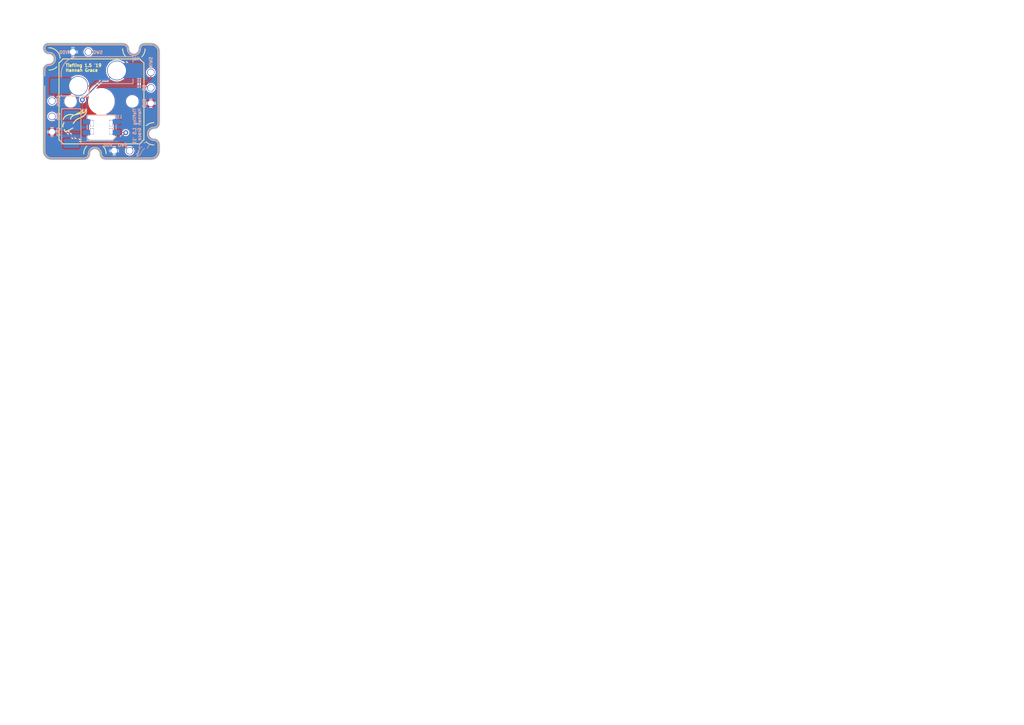
<source format=kicad_pcb>
(kicad_pcb (version 20171130) (host pcbnew "(5.0.1)-3")

  (general
    (thickness 1.6)
    (drawings 85)
    (tracks 43)
    (zones 0)
    (modules 21)
    (nets 8)
  )

  (page User 150.012 110.007)
  (layers
    (0 F.Cu signal)
    (31 B.Cu signal)
    (32 B.Adhes user hide)
    (33 F.Adhes user hide)
    (34 B.Paste user hide)
    (35 F.Paste user hide)
    (36 B.SilkS user)
    (37 F.SilkS user)
    (38 B.Mask user)
    (39 F.Mask user)
    (40 Dwgs.User user)
    (41 Cmts.User user hide)
    (42 Eco1.User user hide)
    (43 Eco2.User user hide)
    (44 Edge.Cuts user)
    (45 Margin user hide)
    (46 B.CrtYd user)
    (47 F.CrtYd user)
    (48 B.Fab user)
    (49 F.Fab user)
  )

  (setup
    (last_trace_width 0.1524)
    (trace_clearance 0.2)
    (zone_clearance 0)
    (zone_45_only no)
    (trace_min 0.1524)
    (segment_width 0.15)
    (edge_width 0.15)
    (via_size 0.8)
    (via_drill 0.4)
    (via_min_size 0.4)
    (via_min_drill 0.3)
    (uvia_size 0.3)
    (uvia_drill 0.1)
    (uvias_allowed no)
    (uvia_min_size 0.2)
    (uvia_min_drill 0.1)
    (pcb_text_width 0.3)
    (pcb_text_size 1.5 1.5)
    (mod_edge_width 0.15)
    (mod_text_size 1 1)
    (mod_text_width 0.15)
    (pad_size 1 0.8)
    (pad_drill 0)
    (pad_to_mask_clearance 0.051)
    (solder_mask_min_width 0.25)
    (aux_axis_origin 0 0)
    (visible_elements 7FFFFFFF)
    (pcbplotparams
      (layerselection 0x010fc_ffffffff)
      (usegerberextensions false)
      (usegerberattributes false)
      (usegerberadvancedattributes false)
      (creategerberjobfile false)
      (excludeedgelayer true)
      (linewidth 0.100000)
      (plotframeref false)
      (viasonmask false)
      (mode 1)
      (useauxorigin false)
      (hpglpennumber 1)
      (hpglpenspeed 20)
      (hpglpendiameter 15.000000)
      (psnegative false)
      (psa4output false)
      (plotreference true)
      (plotvalue true)
      (plotinvisibletext false)
      (padsonsilk false)
      (subtractmaskfromsilk false)
      (outputformat 1)
      (mirror false)
      (drillshape 1)
      (scaleselection 1)
      (outputdirectory "./"))
  )

  (net 0 "")
  (net 1 /USB)
  (net 2 "Net-(D1-Pad1)")
  (net 3 /GND)
  (net 4 /DIN)
  (net 5 /DO)
  (net 6 /SWO)
  (net 7 /SWIN)

  (net_class Default "This is the default net class."
    (clearance 0.2)
    (trace_width 0.1524)
    (via_dia 0.8)
    (via_drill 0.4)
    (uvia_dia 0.3)
    (uvia_drill 0.1)
    (diff_pair_gap 0.25)
    (diff_pair_width 0.1524)
    (add_net /DIN)
    (add_net /DO)
    (add_net /GND)
    (add_net /SWIN)
    (add_net /SWO)
    (add_net /USB)
    (add_net "Net-(D1-Pad1)")
  )

  (module WoodElf_Lib:SW_Cherry_MX1A_1.00u_PCB (layer F.Cu) (tedit 5CD774AD) (tstamp 5CDE5E0C)
    (at 71.4375 34.3535)
    (descr "Cherry MX keyswitch, MX1A, 1.00u, PCB mount, http://cherryamericas.com/wp-content/uploads/2014/12/mx_cat.pdf")
    (tags "cherry mx keyswitch MX1A 1.00u PCB")
    (path /5C418754)
    (fp_text reference S1 (at 0 2.2225) (layer F.Fab)
      (effects (font (size 0.5 0.5) (thickness 0.125)))
    )
    (fp_text value Kailh_RGB_Switch (at -2.234001 15.545999) (layer F.Fab)
      (effects (font (size 1 1) (thickness 0.15)))
    )
    (fp_text user %R (at 0 2.2225) (layer F.Fab)
      (effects (font (size 0.5 0.5) (thickness 0.125)))
    )
    (fp_line (start -9.14 11.68) (end -9.14 -1.52) (layer F.CrtYd) (width 0.05))
    (fp_line (start 4.06 11.68) (end -9.14 11.68) (layer F.CrtYd) (width 0.05))
    (fp_line (start 4.06 -1.52) (end 4.06 11.68) (layer F.CrtYd) (width 0.05))
    (fp_line (start -9.14 -1.52) (end 4.06 -1.52) (layer F.CrtYd) (width 0.05))
    (fp_line (start -12.065 -4.445) (end 6.985 -4.445) (layer Dwgs.User) (width 0.15))
    (fp_line (start 6.985 -4.445) (end 6.985 14.605) (layer Dwgs.User) (width 0.15))
    (fp_line (start 6.985 14.605) (end -12.065 14.605) (layer Dwgs.User) (width 0.15))
    (fp_line (start -12.065 14.605) (end -12.065 -4.445) (layer Dwgs.User) (width 0.15))
    (fp_line (start -8.89 -1.905) (end 3.81 -1.905) (layer F.SilkS) (width 0.15))
    (fp_line (start 4.445 -1.27) (end 4.445 11.43) (layer F.SilkS) (width 0.15))
    (fp_line (start 3.81 12.065) (end -8.89 12.065) (layer F.SilkS) (width 0.15))
    (fp_line (start -9.525 11.43) (end -9.525 -1.27) (layer F.SilkS) (width 0.15))
    (fp_arc (start 5.461 -2.921) (end 3.81 -1.905) (angle -26.78499551) (layer F.SilkS) (width 0.15))
    (fp_arc (start 5.461 13.081) (end 4.445 11.43) (angle -26.78499551) (layer F.SilkS) (width 0.15))
    (fp_arc (start -10.541 13.081) (end -8.89 12.065) (angle -26.78499551) (layer F.SilkS) (width 0.15))
    (fp_arc (start -10.541 -2.921) (end -9.525 -1.27) (angle -26.78499551) (layer F.SilkS) (width 0.15))
    (fp_line (start -9.525 -1.905) (end 4.445 -1.905) (layer Dwgs.User) (width 0.15))
    (fp_line (start -9.525 -1.905) (end -9.525 12.065) (layer Dwgs.User) (width 0.15))
    (fp_line (start 4.445 12.065) (end -9.525 12.065) (layer Dwgs.User) (width 0.15))
    (fp_line (start 4.445 12.065) (end 4.445 -1.905) (layer Dwgs.User) (width 0.15))
    (fp_line (start 4.445 -1.905) (end 6.985 -1.905) (layer Dwgs.User) (width 0.05))
    (fp_line (start 4.445 -1.905) (end 4.445 -4.445) (layer Dwgs.User) (width 0.05))
    (fp_line (start -9.525 -1.905) (end -12.065 -1.905) (layer Dwgs.User) (width 0.05))
    (fp_line (start -9.524796 -1.905) (end -9.524796 -4.445) (layer Dwgs.User) (width 0.05))
    (fp_line (start -9.525 12.060356) (end -9.525 14.600356) (layer Dwgs.User) (width 0.05))
    (fp_line (start -9.525 12.060356) (end -12.065 12.060356) (layer Dwgs.User) (width 0.05))
    (fp_line (start 4.445 12.065) (end 4.445 14.605) (layer Dwgs.User) (width 0.05))
    (fp_line (start 4.445 12.065) (end 6.985 12.065) (layer Dwgs.User) (width 0.05))
    (fp_line (start -2.54 10.16) (end -2.54 8.9916) (layer F.Fab) (width 0.12))
    (fp_line (start -2.54 10.16) (end -3.7084 10.16) (layer F.Fab) (width 0.12))
    (fp_line (start -2.54 10.16) (end -2.54 11.3284) (layer F.Fab) (width 0.12))
    (fp_line (start -2.54 10.16) (end -1.3716 10.16) (layer F.Fab) (width 0.12))
    (fp_line (start -12.065 5.08) (end 6.985 5.08) (layer F.Fab) (width 0.03))
    (fp_line (start -2.54 -4.445) (end -2.54 14.605) (layer F.Fab) (width 0.03))
    (pad 1 thru_hole circle (at 0 0) (size 3.2 3.2) (drill 3) (layers *.Cu *.Mask)
      (net 2 "Net-(D1-Pad1)"))
    (pad 2 thru_hole circle (at -6.35 2.54) (size 3.2 3.2) (drill 3) (layers *.Cu *.Mask)
      (net 7 /SWIN))
    (pad "" np_thru_hole circle (at -2.54 5.08) (size 4 4) (drill 4) (layers *.Cu *.Mask))
    (pad "" np_thru_hole circle (at -7.62 5.08) (size 1.7 1.7) (drill 1.7) (layers *.Cu *.Mask))
    (pad "" np_thru_hole circle (at 2.54 5.08) (size 1.7 1.7) (drill 1.7) (layers *.Cu *.Mask))
    (model ${KISYS3DMOD}/Button_Switch_Keyboard.3dshapes/SW_Cherry_MX1A_1.00u_PCB.wrl
      (at (xyz 0 0 0))
      (scale (xyz 1 1 1))
      (rotate (xyz 0 0 0))
    )
  )

  (module WoodElf_Lib:Mount (layer F.Cu) (tedit 5CD773A7) (tstamp 5CBAADCE)
    (at 60.2615 32.4485 90)
    (fp_text reference Mount (at 0 -1.397 90) (layer F.Fab)
      (effects (font (size 0.5 0.5) (thickness 0.125)))
    )
    (fp_text value Mount (at 0 -1.397 90) (layer F.Fab)
      (effects (font (size 0.5 0.5) (thickness 0.125)))
    )
    (fp_arc (start 1.7526 0) (end 1.7526 -0.6858) (angle -90) (layer B.SilkS) (width 0.15))
    (fp_arc (start 0 0) (end -1.0668 0) (angle -180) (layer B.SilkS) (width 0.15))
    (fp_arc (start -1.7526 0) (end -1.0668 0) (angle -90) (layer B.SilkS) (width 0.15))
    (fp_line (start -2.794 -0.6858) (end -1.7526 -0.6858) (layer B.SilkS) (width 0.15))
    (fp_line (start -2.794 -0.6858) (end -1.7526 -0.6858) (layer F.SilkS) (width 0.15))
    (fp_arc (start 1.7526 0) (end 1.7526 -0.6858) (angle -90) (layer F.SilkS) (width 0.15))
    (fp_arc (start -1.7526 0) (end -1.0668 0) (angle -90) (layer F.SilkS) (width 0.15))
    (fp_arc (start 0 0) (end -1.0668 0) (angle -180) (layer F.SilkS) (width 0.15))
    (fp_circle (center 0 0) (end 1.57 0) (layer Dwgs.User) (width 0.055))
    (fp_circle (center 0 0) (end 0.8 0) (layer Dwgs.User) (width 0.05))
  )

  (module WoodElf_Lib:Kailh_HotSwap_Socket (layer F.Cu) (tedit 5CD7653D) (tstamp 5CADAC0F)
    (at 71.4248 34.3662)
    (path /5C418846)
    (fp_text reference H1 (at 3.2512 -1.9812) (layer B.SilkS)
      (effects (font (size 0.5 0.5) (thickness 0.125)) (justify mirror))
    )
    (fp_text value Kailh_HotSwap_SwitchMount (at 0.0762 -5.5372) (layer B.Fab)
      (effects (font (size 1 1) (thickness 0.15)) (justify mirror))
    )
    (fp_line (start 2.667 -1.397) (end 2.667 -2.286) (layer B.SilkS) (width 0.15))
    (fp_line (start 2.667 -2.286) (end -6.35 -2.286) (layer B.SilkS) (width 0.15))
    (fp_line (start -9.144 0.508) (end -9.144 1.143) (layer B.SilkS) (width 0.15))
    (fp_line (start -9.144 4.191) (end -4.699 4.191) (layer B.SilkS) (width 0.15))
    (fp_line (start -2.667 2.159) (end 2.667 2.159) (layer B.SilkS) (width 0.15))
    (fp_line (start 4.5085 1.397) (end 4.5085 -1.397) (layer B.CrtYd) (width 0.15))
    (fp_line (start 4.5085 -1.397) (end -5.461 -1.397) (layer B.CrtYd) (width 0.15))
    (fp_line (start -8.001 1.143) (end -11.1125 1.143) (layer B.CrtYd) (width 0.15))
    (fp_line (start -11.1125 1.143) (end -11.1125 3.937) (layer B.CrtYd) (width 0.15))
    (fp_line (start -11.1125 3.937) (end -4.953 3.937) (layer B.CrtYd) (width 0.15))
    (fp_line (start -2.413 1.397) (end 4.5085 1.397) (layer B.CrtYd) (width 0.15))
    (fp_circle (center 0 0) (end 0.762 0.762) (layer B.Fab) (width 0.15))
    (fp_circle (center -6.337235 2.54) (end -5.448235 3.429) (layer B.Fab) (width 0.15))
    (fp_arc (start -2.667 4.191) (end -2.667 2.159) (angle -90) (layer B.SilkS) (width 0.15))
    (fp_arc (start -6.35 0.508) (end -6.35 -2.286) (angle -90) (layer B.SilkS) (width 0.15))
    (fp_arc (start -5.461 1.143) (end -5.461 -1.397) (angle -90) (layer B.CrtYd) (width 0.15))
    (fp_arc (start -2.413 3.937) (end -2.413 1.397) (angle -90) (layer B.CrtYd) (width 0.15))
    (fp_line (start 2.667 2.159) (end 2.667 1.397) (layer B.SilkS) (width 0.15))
    (fp_line (start -9.144 3.937) (end -9.144 4.191) (layer B.SilkS) (width 0.15))
    (pad 2 smd rect (at -9.7155 2.54) (size 2.5 2.5) (layers B.Cu B.Paste B.Mask)
      (net 7 /SWIN) (solder_mask_margin 0.03) (clearance 0.03))
    (pad 1 smd rect (at 3.1115 0) (size 2.5 2.5) (layers B.Cu B.Paste B.Mask)
      (net 2 "Net-(D1-Pad1)") (solder_mask_margin 0.03) (clearance 0.03))
  )

  (module WoodElf_Lib:LED_SK6812MINI_PLCC4_3.5x3.5mm_P1.75mm (layer F.Cu) (tedit 5CD775AC) (tstamp 5CE4D3AE)
    (at 68.8975 43.688)
    (descr https://cdn-shop.adafruit.com/product-files/2686/SK6812MINI_REV.01-1-2.pdf)
    (tags "LED RGB NeoPixel Mini")
    (path /5CCD189E)
    (attr smd)
    (fp_text reference L1 (at 2.921 -1.7145) (layer B.SilkS)
      (effects (font (size 0.5 0.5) (thickness 0.125)) (justify mirror))
    )
    (fp_text value SK6812MINI (at 0 3.25) (layer F.Fab)
      (effects (font (size 1 1) (thickness 0.15)))
    )
    (fp_line (start 1.8458 1.8458) (end -1.8542 1.8458) (layer F.Fab) (width 0.05))
    (fp_line (start 1.8458 1.8458) (end 1.8458 -1.8542) (layer F.Fab) (width 0.05))
    (fp_line (start -1.8542 -1.8542) (end 1.8458 -1.8542) (layer F.Fab) (width 0.05))
    (fp_line (start -1.8542 -1.8542) (end -1.8542 1.8458) (layer F.Fab) (width 0.05))
    (fp_line (start 2.413 1.5748) (end 1.8034 2.1844) (layer B.SilkS) (width 0.15))
    (fp_line (start -2.3495 -1.4224) (end -2.3495 -1.9812) (layer B.SilkS) (width 0.15))
    (fp_line (start 1.8034 2.1844) (end -2.3495 2.1844) (layer B.SilkS) (width 0.15))
    (fp_line (start -2.3495 -1.9812) (end 2.413 -1.9812) (layer B.SilkS) (width 0.15))
    (fp_circle (center 0 0) (end 0 -1.5) (layer F.Fab) (width 0.1))
    (fp_line (start 1.75 -1.75) (end -1.75 -1.75) (layer F.Fab) (width 0.1))
    (fp_line (start 1.75 1.75) (end 1.75 -1.75) (layer F.Fab) (width 0.1))
    (fp_line (start -1.75 1.75) (end 1.75 1.75) (layer F.Fab) (width 0.1))
    (fp_line (start -1.75 -1.75) (end -1.75 1.75) (layer F.Fab) (width 0.1))
    (fp_line (start 1.75 0.75) (end 0.75 1.75) (layer F.Fab) (width 0.1))
    (fp_line (start -2.5908 -1.8542) (end -2.5908 1.8542) (layer B.CrtYd) (width 0.05))
    (fp_line (start -2.5908 1.8542) (end 2.5908 1.8542) (layer B.CrtYd) (width 0.05))
    (fp_line (start 2.5908 1.8542) (end 2.5908 -1.8542) (layer B.CrtYd) (width 0.05))
    (fp_line (start 2.5908 -1.8542) (end -2.5908 -1.8542) (layer B.CrtYd) (width 0.05))
    (fp_text user %R (at 0 0) (layer F.Fab)
      (effects (font (size 0.5 0.5) (thickness 0.1)))
    )
    (fp_line (start -2.3495 0.3556) (end -2.3495 -0.3556) (layer B.SilkS) (width 0.15))
    (fp_line (start -2.3495 2.1844) (end -2.3495 1.4224) (layer B.SilkS) (width 0.15))
    (fp_line (start 2.413 -1.4224) (end 2.413 -1.9812) (layer B.SilkS) (width 0.15))
    (fp_line (start 2.413 0.3556) (end 2.413 -0.3556) (layer B.SilkS) (width 0.15))
    (fp_line (start 2.413 1.5748) (end 2.413 1.4224) (layer B.SilkS) (width 0.15))
    (pad 1 smd rect (at -2.4638 -0.889) (size 1.2 0.9) (layers B.Cu B.Paste B.Mask)
      (net 5 /DO))
    (pad 2 smd rect (at -2.4638 0.889) (size 1.2 0.9) (layers B.Cu B.Paste B.Mask)
      (net 3 /GND))
    (pad 3 smd rect (at 2.4638 0.889) (size 1.2 0.9) (layers B.Cu B.Paste B.Mask)
      (net 4 /DIN))
    (pad 4 smd rect (at 2.4638 -0.889) (size 1.2 0.9) (layers B.Cu B.Paste B.Mask)
      (net 1 /USB))
    (pad "" np_thru_hole rect (at -1.596 0.6604 180) (size 0.508 1) (drill oval 0.508 1) (layers *.Cu *.Mask))
    (pad "" np_thru_hole rect (at -1.596 -0.6604 180) (size 0.508 1) (drill oval 0.508 1) (layers *.Cu *.Mask))
    (pad "" np_thru_hole rect (at 1.596 0.6604 180) (size 0.508 1) (drill oval 0.508 1) (layers *.Cu *.Mask))
    (pad "" np_thru_hole rect (at 1.596 -0.6604 180) (size 0.508 1) (drill oval 0.508 1) (layers *.Cu *.Mask))
    (pad "" np_thru_hole oval (at 0 1.6256 90) (size 0.508 4.2) (drill oval 0.508 4.2) (layers *.Cu *.Mask))
    (pad "" np_thru_hole oval (at 0 -1.6256 90) (size 0.508 4.2) (drill oval 0.508 4.2) (layers *.Cu *.Mask))
    (model ${KISYS3DMOD}/LED_SMD.3dshapes/LED_SK6812MINI_PLCC4_3.5x3.5mm_P1.75mm.wrl
      (at (xyz 0 0 0))
      (scale (xyz 1 1 1))
      (rotate (xyz 0 0 0))
    )
  )

  (module WoodElf_Lib:Tiefling_Logo (layer F.Cu) (tedit 5CCD0E31) (tstamp 5CCF67B3)
    (at 64.4525 42.799)
    (fp_text reference G (at 1.7526 -0.0762) (layer F.Fab) hide
      (effects (font (size 0.5 0.5) (thickness 0.125)))
    )
    (fp_text value Tiefling_Logo (at 2.286 0.6604) (layer F.Fab) hide
      (effects (font (size 0.5 0.5) (thickness 0.125)))
    )
    (fp_poly (pts (xy 1.394213 -2.128927) (xy 1.421936 -2.109967) (xy 1.43145 -2.099721) (xy 1.438201 -2.089091)
      (xy 1.442878 -2.074866) (xy 1.446168 -2.053829) (xy 1.448761 -2.02277) (xy 1.451344 -1.978473)
      (xy 1.451758 -1.97078) (xy 1.453865 -1.907644) (xy 1.454037 -1.838182) (xy 1.452433 -1.767134)
      (xy 1.449212 -1.69924) (xy 1.444532 -1.639241) (xy 1.439213 -1.595966) (xy 1.435869 -1.571346)
      (xy 1.434598 -1.554818) (xy 1.435036 -1.551023) (xy 1.443447 -1.552713) (xy 1.463206 -1.55963)
      (xy 1.490115 -1.570299) (xy 1.491333 -1.570805) (xy 1.537553 -1.595265) (xy 1.579914 -1.626848)
      (xy 1.586222 -1.632682) (xy 1.61509 -1.662542) (xy 1.65174 -1.703751) (xy 1.694137 -1.75386)
      (xy 1.740245 -1.81042) (xy 1.788029 -1.870982) (xy 1.831415 -1.927722) (xy 1.864275 -1.970479)
      (xy 1.88986 -2.001099) (xy 1.910352 -2.021493) (xy 1.92793 -2.033573) (xy 1.944775 -2.039249)
      (xy 1.960033 -2.040466) (xy 1.995414 -2.032902) (xy 2.023256 -2.010695) (xy 2.043124 -1.974574)
      (xy 2.054582 -1.92527) (xy 2.0574 -1.877598) (xy 2.049645 -1.741425) (xy 2.026993 -1.604448)
      (xy 1.990366 -1.470848) (xy 1.940685 -1.344803) (xy 1.939368 -1.341967) (xy 1.878507 -1.230723)
      (xy 1.802318 -1.125488) (xy 1.710627 -1.026083) (xy 1.603263 -0.932332) (xy 1.48005 -0.844058)
      (xy 1.408007 -0.79928) (xy 1.356229 -0.770003) (xy 1.289855 -0.734816) (xy 1.209947 -0.694252)
      (xy 1.117571 -0.648841) (xy 1.01379 -0.599114) (xy 0.901414 -0.546414) (xy 0.79381 -0.495829)
      (xy 0.699923 -0.450273) (xy 0.617704 -0.408605) (xy 0.545101 -0.369683) (xy 0.480063 -0.332363)
      (xy 0.420541 -0.295505) (xy 0.364482 -0.257965) (xy 0.309837 -0.218602) (xy 0.300951 -0.211955)
      (xy 0.239004 -0.163711) (xy 0.188941 -0.120282) (xy 0.147804 -0.078328) (xy 0.112639 -0.034508)
      (xy 0.080489 0.014519) (xy 0.048398 0.072096) (xy 0.046567 0.075595) (xy 0.005608 0.149145)
      (xy -0.033069 0.20756) (xy -0.070909 0.252221) (xy -0.109354 0.284511) (xy -0.149849 0.305812)
      (xy -0.193837 0.317506) (xy -0.20803 0.319358) (xy -0.235368 0.321247) (xy -0.252969 0.318389)
      (xy -0.267819 0.308692) (xy -0.278916 0.298119) (xy -0.298761 0.268653) (xy -0.303288 0.237852)
      (xy -0.293606 0.20849) (xy -0.270823 0.183345) (xy -0.23605 0.16519) (xy -0.224442 0.161769)
      (xy -0.204619 0.154978) (xy -0.186685 0.143996) (xy -0.169091 0.126828) (xy -0.150293 0.101483)
      (xy -0.128744 0.065967) (xy -0.102898 0.018287) (xy -0.082626 -0.021026) (xy -0.06092 -0.062706)
      (xy -0.042331 -0.095076) (xy -0.023683 -0.122416) (xy -0.001795 -0.149002) (xy 0.026509 -0.179114)
      (xy 0.05909 -0.211767) (xy 0.111729 -0.26185) (xy 0.165852 -0.308947) (xy 0.223037 -0.354025)
      (xy 0.28486 -0.398052) (xy 0.352896 -0.441993) (xy 0.428724 -0.486815) (xy 0.513918 -0.533485)
      (xy 0.610056 -0.582969) (xy 0.718713 -0.636235) (xy 0.841465 -0.694249) (xy 0.85972 -0.702737)
      (xy 0.987303 -0.762781) (xy 1.100305 -0.817851) (xy 1.200047 -0.868788) (xy 1.28785 -0.916433)
      (xy 1.365038 -0.961627) (xy 1.432931 -1.00521) (xy 1.492852 -1.048024) (xy 1.546122 -1.090908)
      (xy 1.594063 -1.134704) (xy 1.637998 -1.180252) (xy 1.671714 -1.2192) (xy 1.724793 -1.288199)
      (xy 1.767251 -1.355252) (xy 1.803084 -1.426964) (xy 1.816423 -1.458349) (xy 1.828369 -1.490885)
      (xy 1.841535 -1.531947) (xy 1.854843 -1.577507) (xy 1.867216 -1.623538) (xy 1.877577 -1.666015)
      (xy 1.884847 -1.700909) (xy 1.88795 -1.724194) (xy 1.88799 -1.725815) (xy 1.882995 -1.723621)
      (xy 1.869157 -1.710189) (xy 1.848277 -1.687452) (xy 1.822158 -1.657339) (xy 1.805036 -1.636915)
      (xy 1.772288 -1.598289) (xy 1.739397 -1.56106) (xy 1.709583 -1.52877) (xy 1.686064 -1.504962)
      (xy 1.680152 -1.4995) (xy 1.655289 -1.479306) (xy 1.626983 -1.460329) (xy 1.594055 -1.442209)
      (xy 1.555322 -1.424591) (xy 1.509605 -1.407116) (xy 1.455722 -1.389427) (xy 1.392491 -1.371166)
      (xy 1.318733 -1.351977) (xy 1.233265 -1.331503) (xy 1.134908 -1.309384) (xy 1.02248 -1.285266)
      (xy 0.894799 -1.258789) (xy 0.8636 -1.252419) (xy 0.717526 -1.222098) (xy 0.586646 -1.193641)
      (xy 0.469379 -1.166599) (xy 0.364144 -1.140527) (xy 0.269361 -1.114976) (xy 0.18345 -1.089499)
      (xy 0.104828 -1.06365) (xy 0.031915 -1.03698) (xy -0.036869 -1.009043) (xy -0.103105 -0.979391)
      (xy -0.105833 -0.978111) (xy -0.213484 -0.922544) (xy -0.305112 -0.864274) (xy -0.381517 -0.802558)
      (xy -0.443497 -0.73665) (xy -0.491848 -0.665807) (xy -0.527369 -0.589284) (xy -0.52973 -0.582754)
      (xy -0.536571 -0.557011) (xy -0.543265 -0.521016) (xy -0.548629 -0.481416) (xy -0.549756 -0.470326)
      (xy -0.553603 -0.433464) (xy -0.557852 -0.409091) (xy -0.563993 -0.392796) (xy -0.573514 -0.380169)
      (xy -0.583331 -0.370843) (xy -0.614875 -0.351443) (xy -0.646779 -0.348812) (xy -0.678187 -0.362999)
      (xy -0.681057 -0.365178) (xy -0.699482 -0.382845) (xy -0.710431 -0.403095) (xy -0.714804 -0.429817)
      (xy -0.713501 -0.466897) (xy -0.710689 -0.493128) (xy -0.694559 -0.58576) (xy -0.670021 -0.665914)
      (xy -0.658319 -0.69371) (xy -0.616096 -0.76952) (xy -0.559777 -0.844692) (xy -0.492043 -0.916291)
      (xy -0.415575 -0.981378) (xy -0.360239 -1.020238) (xy -0.284444 -1.069108) (xy -0.325669 -1.085301)
      (xy -0.389822 -1.104826) (xy -0.466242 -1.118628) (xy -0.551163 -1.126439) (xy -0.640823 -1.127992)
      (xy -0.731456 -1.123019) (xy -0.779362 -1.117541) (xy -0.907666 -1.093702) (xy -1.035021 -1.058024)
      (xy -1.158824 -1.011723) (xy -1.276471 -0.956018) (xy -1.38536 -0.892124) (xy -1.482888 -0.821261)
      (xy -1.557866 -0.753475) (xy -1.622397 -0.680663) (xy -1.671233 -0.608241) (xy -1.705435 -0.534162)
      (xy -1.726068 -0.456382) (xy -1.731197 -0.419732) (xy -1.735941 -0.38548) (xy -1.742799 -0.362515)
      (xy -1.753827 -0.345193) (xy -1.761248 -0.337182) (xy -1.791495 -0.317383) (xy -1.824655 -0.313447)
      (xy -1.857442 -0.325479) (xy -1.868544 -0.333759) (xy -1.881008 -0.345805) (xy -1.88796 -0.358262)
      (xy -1.890796 -0.376201) (xy -1.890909 -0.40469) (xy -1.890671 -0.4142) (xy -1.884136 -0.484557)
      (xy -1.867574 -0.55313) (xy -1.839604 -0.62498) (xy -1.824543 -0.656512) (xy -1.769203 -0.749113)
      (xy -1.69853 -0.837192) (xy -1.613697 -0.920006) (xy -1.515877 -0.996812) (xy -1.406243 -1.066869)
      (xy -1.285968 -1.129434) (xy -1.156226 -1.183763) (xy -1.018188 -1.229114) (xy -0.87303 -1.264745)
      (xy -0.859366 -1.267507) (xy -0.826111 -1.273211) (xy -0.790187 -1.27734) (xy -0.748347 -1.280083)
      (xy -0.697341 -1.281625) (xy -0.633924 -1.282154) (xy -0.605366 -1.282127) (xy -0.543075 -1.281713)
      (xy -0.491838 -1.280429) (xy -0.448113 -1.277627) (xy -0.408359 -1.272654) (xy -0.369033 -1.26486)
      (xy -0.326594 -1.253593) (xy -0.2775 -1.238202) (xy -0.218209 -1.218036) (xy -0.175501 -1.203105)
      (xy -0.075835 -1.168104) (xy 0.031631 -1.207059) (xy 0.074519 -1.223485) (xy 0.110553 -1.238983)
      (xy 0.136714 -1.252155) (xy 0.149986 -1.261601) (xy 0.150342 -1.26207) (xy 0.168062 -1.281926)
      (xy 0.195458 -1.304147) (xy 0.233507 -1.329285) (xy 0.28319 -1.357895) (xy 0.342006 -1.388708)
      (xy 0.729795 -1.388708) (xy 0.729884 -1.388567) (xy 0.739584 -1.390214) (xy 0.763372 -1.39484)
      (xy 0.798762 -1.401945) (xy 0.84327 -1.411028) (xy 0.894412 -1.421589) (xy 0.916151 -1.426111)
      (xy 0.995225 -1.442612) (xy 1.059414 -1.45613) (xy 1.110413 -1.467134) (xy 1.149915 -1.476094)
      (xy 1.179612 -1.483482) (xy 1.201198 -1.489767) (xy 1.216367 -1.49542) (xy 1.22681 -1.500912)
      (xy 1.234223 -1.506713) (xy 1.240297 -1.513292) (xy 1.243361 -1.517021) (xy 1.261758 -1.549612)
      (xy 1.276587 -1.596999) (xy 1.287326 -1.657318) (xy 1.290342 -1.684458) (xy 1.295498 -1.739083)
      (xy 1.267932 -1.713317) (xy 1.225142 -1.675938) (xy 1.176987 -1.639191) (xy 1.121439 -1.601796)
      (xy 1.056472 -1.562474) (xy 0.980057 -1.519946) (xy 0.890167 -1.472932) (xy 0.873615 -1.464511)
      (xy 0.828359 -1.441419) (xy 0.789192 -1.421153) (xy 0.758271 -1.404852) (xy 0.737753 -1.393658)
      (xy 0.729795 -1.388708) (xy 0.342006 -1.388708) (xy 0.345484 -1.39053) (xy 0.42137 -1.427743)
      (xy 0.511826 -1.470086) (xy 0.5461 -1.485763) (xy 0.628726 -1.523999) (xy 0.710299 -1.562944)
      (xy 0.788513 -1.601421) (xy 0.861068 -1.638257) (xy 0.925659 -1.672275) (xy 0.979983 -1.7023)
      (xy 1.021738 -1.727158) (xy 1.03136 -1.73336) (xy 1.102996 -1.784885) (xy 1.164521 -1.837698)
      (xy 1.214791 -1.890432) (xy 1.252662 -1.941718) (xy 1.276991 -1.99019) (xy 1.286634 -2.034479)
      (xy 1.286748 -2.03877) (xy 1.293266 -2.077063) (xy 1.310266 -2.106801) (xy 1.334753 -2.126409)
      (xy 1.363733 -2.13431) (xy 1.394213 -2.128927)) (layer F.SilkS) (width 0.01))
    (fp_poly (pts (xy -1.69721 0.02951) (xy -1.674046 0.044047) (xy -1.670636 0.047328) (xy -1.659846 0.059192)
      (xy -1.653681 0.071046) (xy -1.65127 0.087468) (xy -1.651739 0.113036) (xy -1.653282 0.138345)
      (xy -1.659131 0.186639) (xy -1.670932 0.23787) (xy -1.689519 0.294388) (xy -1.715731 0.358544)
      (xy -1.750403 0.432688) (xy -1.776553 0.484779) (xy -1.800834 0.532658) (xy -1.818228 0.568659)
      (xy -1.829862 0.59582) (xy -1.836862 0.617181) (xy -1.840353 0.635782) (xy -1.841463 0.654661)
      (xy -1.8415 0.660095) (xy -1.840224 0.689783) (xy -1.834546 0.71166) (xy -1.821692 0.733532)
      (xy -1.80975 0.749427) (xy -1.787836 0.782404) (xy -1.779158 0.810296) (xy -1.782893 0.837459)
      (xy -1.790065 0.853906) (xy -1.812387 0.880719) (xy -1.842488 0.894147) (xy -1.876464 0.893065)
      (xy -1.897328 0.88485) (xy -1.918181 0.86766) (xy -1.941672 0.83934) (xy -1.964591 0.804652)
      (xy -1.98373 0.768358) (xy -1.994279 0.74098) (xy -2.003689 0.700914) (xy -2.006653 0.661612)
      (xy -2.002578 0.62045) (xy -1.990875 0.574804) (xy -1.970952 0.52205) (xy -1.942218 0.459564)
      (xy -1.92166 0.418567) (xy -1.884735 0.344552) (xy -1.856073 0.282319) (xy -1.834742 0.229428)
      (xy -1.819812 0.183441) (xy -1.810352 0.141917) (xy -1.80688 0.117829) (xy -1.798303 0.074786)
      (xy -1.783092 0.046168) (xy -1.759782 0.030273) (xy -1.7272 0.0254) (xy -1.69721 0.02951)) (layer F.SilkS) (width 0.01))
    (fp_poly (pts (xy -0.207082 0.947533) (xy -0.181692 0.967806) (xy -0.165074 0.996235) (xy -0.160866 1.020234)
      (xy -0.167152 1.04778) (xy -0.183216 1.073706) (xy -0.20487 1.093003) (xy -0.227924 1.100666)
      (xy -0.22816 1.100667) (xy -0.2434 1.103593) (xy -0.267058 1.112707) (xy -0.300082 1.128514)
      (xy -0.343416 1.151516) (xy -0.398007 1.182218) (xy -0.464801 1.221124) (xy -0.544744 1.268736)
      (xy -0.5526 1.273456) (xy -0.667117 1.34169) (xy -0.769066 1.401044) (xy -0.85985 1.452204)
      (xy -0.940872 1.495856) (xy -1.013536 1.532687) (xy -1.079246 1.563383) (xy -1.139404 1.588631)
      (xy -1.195414 1.609115) (xy -1.248681 1.625524) (xy -1.298042 1.637967) (xy -1.346666 1.645913)
      (xy -1.399895 1.649662) (xy -1.451966 1.649185) (xy -1.49712 1.644449) (xy -1.519766 1.639157)
      (xy -1.582184 1.611052) (xy -1.634383 1.569896) (xy -1.675827 1.51653) (xy -1.705981 1.451795)
      (xy -1.724309 1.376532) (xy -1.730101 1.309087) (xy -1.729922 1.277299) (xy -1.726544 1.256678)
      (xy -1.71858 1.241556) (xy -1.71158 1.233355) (xy -1.682561 1.211685) (xy -1.650721 1.206552)
      (xy -1.622119 1.214107) (xy -1.601994 1.224602) (xy -1.588526 1.238488) (xy -1.57984 1.259549)
      (xy -1.574058 1.291571) (xy -1.571305 1.316567) (xy -1.561411 1.37416) (xy -1.544495 1.421547)
      (xy -1.521564 1.456588) (xy -1.496366 1.475917) (xy -1.453615 1.487905) (xy -1.399252 1.489454)
      (xy -1.3348 1.480813) (xy -1.261779 1.462235) (xy -1.181711 1.43397) (xy -1.142333 1.417522)
      (xy -1.099743 1.397609) (xy -1.045817 1.370396) (xy -0.983592 1.337545) (xy -0.916101 1.300714)
      (xy -0.84638 1.261564) (xy -0.777462 1.221755) (xy -0.712383 1.182946) (xy -0.702733 1.177065)
      (xy -0.606994 1.119087) (xy -0.524212 1.070215) (xy -0.453403 1.029948) (xy -0.393582 0.997785)
      (xy -0.343763 0.973223) (xy -0.302962 0.95576) (xy -0.270192 0.944894) (xy -0.24447 0.940123)
      (xy -0.237088 0.9398) (xy -0.207082 0.947533)) (layer F.SilkS) (width 0.01))
  )

  (module WoodElf_Lib:Mount (layer F.Cu) (tedit 5CBAA986) (tstamp 5CBAB26F)
    (at 74.2315 30.7975)
    (fp_text reference Mount (at 0 -1.397) (layer F.Fab)
      (effects (font (size 0.5 0.5) (thickness 0.125)))
    )
    (fp_text value Mount (at 0 -1.397) (layer F.Fab)
      (effects (font (size 0.5 0.5) (thickness 0.125)))
    )
    (fp_line (start 1.7526 -0.6858) (end 2.794 -0.6858) (layer B.SilkS) (width 0.15))
    (fp_arc (start 1.7526 0) (end 1.7526 -0.6858) (angle -90) (layer B.SilkS) (width 0.15))
    (fp_arc (start 0 0) (end -1.0668 0) (angle -180) (layer B.SilkS) (width 0.15))
    (fp_arc (start -1.7526 0) (end -1.0668 0) (angle -90) (layer B.SilkS) (width 0.15))
    (fp_line (start -2.794 -0.6858) (end -1.7526 -0.6858) (layer B.SilkS) (width 0.15))
    (fp_line (start -2.794 -0.6858) (end -1.7526 -0.6858) (layer F.SilkS) (width 0.15))
    (fp_line (start 1.7526 -0.6858) (end 2.794 -0.6858) (layer F.SilkS) (width 0.15))
    (fp_arc (start 1.7526 0) (end 1.7526 -0.6858) (angle -90) (layer F.SilkS) (width 0.15))
    (fp_arc (start -1.7526 0) (end -1.0668 0) (angle -90) (layer F.SilkS) (width 0.15))
    (fp_arc (start 0 0) (end -1.0668 0) (angle -180) (layer F.SilkS) (width 0.15))
    (fp_circle (center 0 0) (end 1.57 0) (layer Dwgs.User) (width 0.055))
    (fp_circle (center 0 0) (end 0.8 0) (layer Dwgs.User) (width 0.05))
  )

  (module WoodElf_Lib:Mount (layer F.Cu) (tedit 5CBAA986) (tstamp 5C7249A1)
    (at 77.5335 44.7675 270)
    (fp_text reference Mount (at 0 -1.397 270) (layer F.Fab)
      (effects (font (size 0.5 0.5) (thickness 0.125)))
    )
    (fp_text value Mount (at 0 -1.397 270) (layer F.Fab)
      (effects (font (size 0.5 0.5) (thickness 0.125)))
    )
    (fp_line (start 1.7526 -0.6858) (end 2.794 -0.6858) (layer B.SilkS) (width 0.15))
    (fp_arc (start 1.7526 0) (end 1.7526 -0.6858) (angle -90) (layer B.SilkS) (width 0.15))
    (fp_arc (start 0 0) (end -1.0668 0) (angle -180) (layer B.SilkS) (width 0.15))
    (fp_arc (start -1.7526 0) (end -1.0668 0) (angle -90) (layer B.SilkS) (width 0.15))
    (fp_line (start -2.794 -0.6858) (end -1.7526 -0.6858) (layer B.SilkS) (width 0.15))
    (fp_line (start -2.794 -0.6858) (end -1.7526 -0.6858) (layer F.SilkS) (width 0.15))
    (fp_line (start 1.7526 -0.6858) (end 2.794 -0.6858) (layer F.SilkS) (width 0.15))
    (fp_arc (start 1.7526 0) (end 1.7526 -0.6858) (angle -90) (layer F.SilkS) (width 0.15))
    (fp_arc (start -1.7526 0) (end -1.0668 0) (angle -90) (layer F.SilkS) (width 0.15))
    (fp_arc (start 0 0) (end -1.0668 0) (angle -180) (layer F.SilkS) (width 0.15))
    (fp_circle (center 0 0) (end 1.57 0) (layer Dwgs.User) (width 0.055))
    (fp_circle (center 0 0) (end 0.8 0) (layer Dwgs.User) (width 0.05))
  )

  (module WoodElf_Lib:Mount (layer F.Cu) (tedit 5CBAA986) (tstamp 5C6F4A8D)
    (at 67.818 48.0695 180)
    (fp_text reference Mount (at 0 -1.397 180) (layer F.Fab)
      (effects (font (size 0.5 0.5) (thickness 0.125)))
    )
    (fp_text value Mount (at 0 -1.397 180) (layer F.Fab)
      (effects (font (size 0.5 0.5) (thickness 0.125)))
    )
    (fp_line (start 1.7526 -0.6858) (end 2.794 -0.6858) (layer B.SilkS) (width 0.15))
    (fp_arc (start 1.7526 0) (end 1.7526 -0.6858) (angle -90) (layer B.SilkS) (width 0.15))
    (fp_arc (start 0 0) (end -1.0668 0) (angle -180) (layer B.SilkS) (width 0.15))
    (fp_arc (start -1.7526 0) (end -1.0668 0) (angle -90) (layer B.SilkS) (width 0.15))
    (fp_line (start -2.794 -0.6858) (end -1.7526 -0.6858) (layer B.SilkS) (width 0.15))
    (fp_line (start -2.794 -0.6858) (end -1.7526 -0.6858) (layer F.SilkS) (width 0.15))
    (fp_line (start 1.7526 -0.6858) (end 2.794 -0.6858) (layer F.SilkS) (width 0.15))
    (fp_arc (start 1.7526 0) (end 1.7526 -0.6858) (angle -90) (layer F.SilkS) (width 0.15))
    (fp_arc (start -1.7526 0) (end -1.0668 0) (angle -90) (layer F.SilkS) (width 0.15))
    (fp_arc (start 0 0) (end -1.0668 0) (angle -180) (layer F.SilkS) (width 0.15))
    (fp_circle (center 0 0) (end 1.57 0) (layer Dwgs.User) (width 0.055))
    (fp_circle (center 0 0) (end 0.8 0) (layer Dwgs.User) (width 0.05))
  )

  (module "" (layer F.Cu) (tedit 5CD66512) (tstamp 0)
    (at 77.216 39.243)
    (fp_text reference "" (at 143.1925 102.5525) (layer F.SilkS)
      (effects (font (size 1.27 1.27) (thickness 0.15)))
    )
    (fp_text value "" (at 143.1925 102.5525) (layer F.SilkS)
      (effects (font (size 1.27 1.27) (thickness 0.15)))
    )
    (fp_text user GND1 (at -15.748 5.207 90) (layer F.Fab)
      (effects (font (size 0.5 0.5) (thickness 0.125)))
    )
  )

  (module WoodElf_Lib:BlankThrough-Hole (layer F.Cu) (tedit 5CD66525) (tstamp 5CDE5F0E)
    (at 73.533 47.5615)
    (path /5C69A5F3)
    (fp_text reference SWO1 (at 0 -1.016) (layer F.Fab)
      (effects (font (size 0.5 0.5) (thickness 0.125)))
    )
    (fp_text value BlankThrough-Hole (at 0 4.7625 90) (layer F.Fab)
      (effects (font (size 0.5 0.5) (thickness 0.125)))
    )
    (pad 1 thru_hole circle (at 0 0) (size 1.2 1.2) (drill 1) (layers *.Cu *.Mask)
      (net 6 /SWO) (solder_mask_margin 0.1) (clearance 0.1))
  )

  (module WoodElf_Lib:BlankThrough-Hole (layer F.Cu) (tedit 5CD66522) (tstamp 5CDE5F0A)
    (at 70.993 47.5615)
    (path /5C699DC5)
    (fp_text reference VDD1 (at 0 -1.016) (layer F.Fab)
      (effects (font (size 0.5 0.5) (thickness 0.125)))
    )
    (fp_text value BlankThrough-Hole (at -0.0635 4.7625 90) (layer F.Fab)
      (effects (font (size 0.5 0.5) (thickness 0.125)))
    )
    (pad 1 thru_hole circle (at 0 0) (size 1.2 1.2) (drill 1) (layers *.Cu *.Mask)
      (net 1 /USB) (solder_mask_margin 0.1) (clearance 0.1))
  )

  (module WoodElf_Lib:BlankThrough-Hole (layer F.Cu) (tedit 5CD66529) (tstamp 5CD790EF)
    (at 77.0255 39.751)
    (path /5C69B783)
    (fp_text reference GND1 (at -1.016 0 90) (layer F.Fab)
      (effects (font (size 0.5 0.5) (thickness 0.125)))
    )
    (fp_text value BlankThrough-Hole (at 4.7625 0) (layer F.Fab)
      (effects (font (size 0.5 0.5) (thickness 0.125)))
    )
    (pad 1 thru_hole circle (at 0 0) (size 1.2 1.2) (drill 1) (layers *.Cu *.Mask)
      (net 3 /GND) (solder_mask_margin 0.1) (clearance 0.1))
  )

  (module WoodElf_Lib:BlankThrough-Hole (layer F.Cu) (tedit 5CD66535) (tstamp 5CDE5EF1)
    (at 77.0255 34.671)
    (path /5C699EEB)
    (fp_text reference SWIN1 (at -1.016 0 90) (layer F.Fab)
      (effects (font (size 0.5 0.5) (thickness 0.125)))
    )
    (fp_text value BlankThrough-Hole (at 4.7625 0.0635) (layer F.Fab)
      (effects (font (size 0.5 0.5) (thickness 0.125)))
    )
    (pad 1 thru_hole circle (at 0 0) (size 1.2 1.2) (drill 1) (layers *.Cu *.Mask)
      (net 7 /SWIN) (solder_mask_margin 0.1) (clearance 0.1))
  )

  (module Diode_SMD:D_2010_5025Metric_Pad1.52x2.65mm_HandSolder (layer B.Cu) (tedit 5CD77A14) (tstamp 5CD79B81)
    (at 63.9445 44.0175 270)
    (descr "Diode SMD 2010 (5025 Metric), square (rectangular) end terminal, IPC_7351 nominal, (Body size source: http://www.tortai-tech.com/upload/download/2011102023233369053.pdf), generated with kicad-footprint-generator")
    (tags "diode handsolder")
    (path /5C498866)
    (attr smd)
    (fp_text reference D1 (at -3.06 -2.159) (layer B.SilkS)
      (effects (font (size 0.5 0.5) (thickness 0.125)) (justify mirror))
    )
    (fp_text value DIODE (at 0 -2.28 270) (layer B.Fab)
      (effects (font (size 1 1) (thickness 0.15)) (justify mirror))
    )
    (fp_line (start 2.5 1.25) (end -1.875 1.25) (layer B.Fab) (width 0.1))
    (fp_line (start -1.875 1.25) (end -2.5 0.625) (layer B.Fab) (width 0.1))
    (fp_line (start -2.5 0.625) (end -2.5 -1.25) (layer B.Fab) (width 0.1))
    (fp_line (start -2.5 -1.25) (end 2.5 -1.25) (layer B.Fab) (width 0.1))
    (fp_line (start 2.5 -1.25) (end 2.5 1.25) (layer B.Fab) (width 0.1))
    (fp_line (start 2.5 1.585) (end -3.36 1.584999) (layer B.SilkS) (width 0.12))
    (fp_line (start -3.36 1.584999) (end -3.36 -1.585) (layer B.SilkS) (width 0.12))
    (fp_line (start -3.36 -1.585) (end 2.5 -1.584999) (layer B.SilkS) (width 0.12))
    (fp_line (start -3.35 -1.58) (end -3.35 1.58) (layer B.CrtYd) (width 0.05))
    (fp_line (start -3.35 1.58) (end 3.35 1.58) (layer B.CrtYd) (width 0.05))
    (fp_line (start 3.35 1.58) (end 3.35 -1.58) (layer B.CrtYd) (width 0.05))
    (fp_line (start 3.35 -1.58) (end -3.35 -1.58) (layer B.CrtYd) (width 0.05))
    (fp_text user %R (at 0 0 270) (layer B.Fab)
      (effects (font (size 1 1) (thickness 0.15)) (justify mirror))
    )
    (pad 1 smd roundrect (at -2.3375 0 270) (size 1.525 2.65) (layers B.Cu B.Paste B.Mask) (roundrect_rratio 0.163934)
      (net 2 "Net-(D1-Pad1)"))
    (pad 2 smd roundrect (at 2.3375 0 270) (size 1.525 2.65) (layers B.Cu B.Paste B.Mask) (roundrect_rratio 0.163934)
      (net 6 /SWO))
    (model ${KISYS3DMOD}/Diode_SMD.3dshapes/D_2010_5025Metric.wrl
      (at (xyz 0 0 0))
      (scale (xyz 1 1 1))
      (rotate (xyz 0 0 0))
    )
  )

  (module WoodElf_Lib:BlankThrough-Hole (layer F.Cu) (tedit 5CD66516) (tstamp 5CDE591A)
    (at 60.7695 41.91)
    (path /5C69A757)
    (fp_text reference DIN1 (at 1.0795 0 90) (layer F.Fab)
      (effects (font (size 0.5 0.5) (thickness 0.125)))
    )
    (fp_text value BlankThrough-Hole (at -4.7625 -0.127) (layer F.Fab)
      (effects (font (size 0.5 0.5) (thickness 0.125)))
    )
    (pad 1 thru_hole circle (at 0 0) (size 1.2 1.2) (drill 1) (layers *.Cu *.Mask)
      (net 4 /DIN) (solder_mask_margin 0.1) (clearance 0.1))
  )

  (module WoodElf_Lib:BlankThrough-Hole (layer F.Cu) (tedit 5CD66530) (tstamp 5CDE591F)
    (at 77.0255 37.211)
    (path /5C69A78B)
    (fp_text reference DO1 (at -1.016 0 90) (layer F.Fab)
      (effects (font (size 0.5 0.5) (thickness 0.125)))
    )
    (fp_text value BlankThrough-Hole (at 4.7625 0) (layer F.Fab)
      (effects (font (size 0.5 0.5) (thickness 0.125)))
    )
    (pad 1 thru_hole circle (at 0 0) (size 1.2 1.2) (drill 1) (layers *.Cu *.Mask)
      (net 5 /DO) (solder_mask_margin 0.1) (clearance 0.1))
  )

  (module WoodElf_Lib:BlankThrough-Hole (layer F.Cu) (tedit 5CD66549) (tstamp 5CDE5924)
    (at 60.7695 44.45)
    (path /5C69B783)
    (fp_text reference GND1 (at 1.0795 0 90) (layer F.Fab)
      (effects (font (size 0.5 0.5) (thickness 0.125)))
    )
    (fp_text value BlankThrough-Hole (at -4.7625 -0.1905) (layer F.Fab)
      (effects (font (size 0.5 0.5) (thickness 0.125)))
    )
    (pad 1 thru_hole circle (at 0 0) (size 1.2 1.2) (drill 1) (layers *.Cu *.Mask)
      (net 3 /GND) (solder_mask_margin 0.1) (clearance 0.1))
  )

  (module WoodElf_Lib:BlankThrough-Hole (layer F.Cu) (tedit 5CD6651A) (tstamp 5CD793CB)
    (at 60.7695 39.37)
    (path /5C699EEB)
    (fp_text reference SWIN1 (at 1.0795 0 90) (layer F.Fab)
      (effects (font (size 0.5 0.5) (thickness 0.125)))
    )
    (fp_text value BlankThrough-Hole (at -4.7625 -0.127) (layer F.Fab)
      (effects (font (size 0.5 0.5) (thickness 0.125)))
    )
    (pad 1 thru_hole circle (at 0 0) (size 1.2 1.2) (drill 1) (layers *.Cu *.Mask)
      (net 7 /SWIN) (solder_mask_margin 0.1) (clearance 0.1))
  )

  (module WoodElf_Lib:BlankThrough-Hole (layer F.Cu) (tedit 5CD6653B) (tstamp 5CD7938B)
    (at 66.7385 31.3055)
    (path /5C69A5F3)
    (fp_text reference SWO1 (at 0 1.0795) (layer F.Fab)
      (effects (font (size 0.5 0.5) (thickness 0.125)))
    )
    (fp_text value BlankThrough-Hole (at 0 -4.7625 90) (layer F.Fab)
      (effects (font (size 0.5 0.5) (thickness 0.125)))
    )
    (pad 1 thru_hole circle (at 0 0) (size 1.2 1.2) (drill 1) (layers *.Cu *.Mask)
      (net 6 /SWO) (solder_mask_margin 0.1) (clearance 0.1))
  )

  (module WoodElf_Lib:BlankThrough-Hole (layer F.Cu) (tedit 5CD6653F) (tstamp 5CDE5933)
    (at 64.1985 31.3055)
    (path /5C699DC5)
    (fp_text reference VDD1 (at 0 1.0795) (layer F.Fab)
      (effects (font (size 0.5 0.5) (thickness 0.125)))
    )
    (fp_text value BlankThrough-Hole (at 0 -4.7625 90) (layer F.Fab)
      (effects (font (size 0.5 0.5) (thickness 0.125)))
    )
    (pad 1 thru_hole circle (at 0 0) (size 1.2 1.2) (drill 1) (layers *.Cu *.Mask)
      (net 1 /USB) (solder_mask_margin 0.1) (clearance 0.1))
  )

  (module WoodElf_Lib:Tiefling_LogoSmall (layer B.Cu) (tedit 5CD77ADB) (tstamp 5CCF68B5)
    (at 75.819 47.3075 270)
    (fp_text reference LOGOsmll (at 1.7018 0.1524 270) (layer B.Fab) hide
      (effects (font (size 0.5 0.5) (thickness 0.125)) (justify mirror))
    )
    (fp_text value Tiefling_LogoSmall (at 3.4036 -0.5842 270) (layer B.Fab) hide
      (effects (font (size 0.5 0.5) (thickness 0.125)) (justify mirror))
    )
    (fp_poly (pts (xy -0.12425 -0.568519) (xy -0.109016 -0.580683) (xy -0.099045 -0.59774) (xy -0.09652 -0.61214)
      (xy -0.100292 -0.628667) (xy -0.10993 -0.644223) (xy -0.122922 -0.655801) (xy -0.136755 -0.660399)
      (xy -0.136897 -0.6604) (xy -0.14604 -0.662155) (xy -0.160236 -0.667624) (xy -0.18005 -0.677108)
      (xy -0.20605 -0.690909) (xy -0.238805 -0.70933) (xy -0.278881 -0.732674) (xy -0.326847 -0.761241)
      (xy -0.33156 -0.764073) (xy -0.400271 -0.805013) (xy -0.46144 -0.840626) (xy -0.515911 -0.871322)
      (xy -0.564524 -0.897513) (xy -0.608122 -0.919612) (xy -0.647548 -0.938029) (xy -0.683643 -0.953178)
      (xy -0.717249 -0.965469) (xy -0.749209 -0.975314) (xy -0.778826 -0.98278) (xy -0.808 -0.987547)
      (xy -0.839937 -0.989797) (xy -0.87118 -0.98951) (xy -0.898272 -0.986669) (xy -0.91186 -0.983493)
      (xy -0.949311 -0.96663) (xy -0.98063 -0.941937) (xy -1.005497 -0.909917) (xy -1.023589 -0.871076)
      (xy -1.034586 -0.825919) (xy -1.038061 -0.785452) (xy -1.037954 -0.766379) (xy -1.035927 -0.754006)
      (xy -1.031148 -0.744933) (xy -1.026949 -0.740012) (xy -1.009537 -0.72701) (xy -0.990433 -0.723931)
      (xy -0.973272 -0.728463) (xy -0.961197 -0.734761) (xy -0.953116 -0.743092) (xy -0.947905 -0.755729)
      (xy -0.944436 -0.774942) (xy -0.942784 -0.78994) (xy -0.936847 -0.824496) (xy -0.926698 -0.852928)
      (xy -0.912939 -0.873952) (xy -0.89782 -0.88555) (xy -0.872169 -0.892743) (xy -0.839552 -0.893672)
      (xy -0.80088 -0.888487) (xy -0.757068 -0.87734) (xy -0.709027 -0.860381) (xy -0.685401 -0.850513)
      (xy -0.659846 -0.838565) (xy -0.627491 -0.822237) (xy -0.590156 -0.802526) (xy -0.549661 -0.780428)
      (xy -0.507828 -0.756938) (xy -0.466478 -0.733052) (xy -0.42743 -0.709767) (xy -0.42164 -0.706239)
      (xy -0.364197 -0.671451) (xy -0.314528 -0.642128) (xy -0.272043 -0.617968) (xy -0.23615 -0.59867)
      (xy -0.206259 -0.583933) (xy -0.181778 -0.573455) (xy -0.162116 -0.566936) (xy -0.146683 -0.564073)
      (xy -0.142253 -0.56388) (xy -0.12425 -0.568519)) (layer B.SilkS) (width 0.01))
    (fp_poly (pts (xy -1.018326 -0.017706) (xy -1.004428 -0.026428) (xy -1.002382 -0.028396) (xy -0.995908 -0.035514)
      (xy -0.992209 -0.042627) (xy -0.990763 -0.05248) (xy -0.991044 -0.067821) (xy -0.99197 -0.083006)
      (xy -0.995479 -0.111983) (xy -1.00256 -0.142721) (xy -1.013712 -0.176632) (xy -1.029439 -0.215126)
      (xy -1.050242 -0.259612) (xy -1.065933 -0.290867) (xy -1.080501 -0.319594) (xy -1.090937 -0.341195)
      (xy -1.097918 -0.357491) (xy -1.102118 -0.370308) (xy -1.104213 -0.381469) (xy -1.104878 -0.392796)
      (xy -1.1049 -0.396056) (xy -1.104135 -0.413869) (xy -1.100728 -0.426995) (xy -1.093016 -0.440119)
      (xy -1.08585 -0.449655) (xy -1.072702 -0.469442) (xy -1.067495 -0.486177) (xy -1.069737 -0.502475)
      (xy -1.07404 -0.512343) (xy -1.087433 -0.528431) (xy -1.105494 -0.536488) (xy -1.125879 -0.535838)
      (xy -1.138397 -0.530909) (xy -1.150909 -0.520595) (xy -1.165004 -0.503603) (xy -1.178755 -0.482791)
      (xy -1.190239 -0.461014) (xy -1.196568 -0.444588) (xy -1.202214 -0.420548) (xy -1.203992 -0.396967)
      (xy -1.201547 -0.372269) (xy -1.194525 -0.344882) (xy -1.182572 -0.31323) (xy -1.165331 -0.275738)
      (xy -1.152997 -0.25114) (xy -1.130842 -0.206731) (xy -1.113644 -0.169391) (xy -1.100846 -0.137656)
      (xy -1.091888 -0.110064) (xy -1.086212 -0.08515) (xy -1.084129 -0.070697) (xy -1.078982 -0.044871)
      (xy -1.069856 -0.0277) (xy -1.05587 -0.018163) (xy -1.036321 -0.01524) (xy -1.018326 -0.017706)) (layer B.SilkS) (width 0.01))
    (fp_poly (pts (xy 0.836527 1.277357) (xy 0.853161 1.265981) (xy 0.85887 1.259833) (xy 0.86292 1.253455)
      (xy 0.865726 1.24492) (xy 0.8677 1.232298) (xy 0.869256 1.213662) (xy 0.870806 1.187084)
      (xy 0.871054 1.182469) (xy 0.872318 1.144587) (xy 0.872422 1.10291) (xy 0.871459 1.060281)
      (xy 0.869527 1.019545) (xy 0.866719 0.983545) (xy 0.863527 0.95758) (xy 0.861521 0.942808)
      (xy 0.860758 0.932891) (xy 0.861021 0.930614) (xy 0.866067 0.931628) (xy 0.877923 0.935779)
      (xy 0.894068 0.94218) (xy 0.894799 0.942484) (xy 0.922531 0.957159) (xy 0.947948 0.976109)
      (xy 0.951733 0.97961) (xy 0.969054 0.997526) (xy 0.991044 1.022251) (xy 1.016482 1.052317)
      (xy 1.044146 1.086252) (xy 1.072817 1.12259) (xy 1.098849 1.156634) (xy 1.118564 1.182288)
      (xy 1.133916 1.20066) (xy 1.146211 1.212897) (xy 1.156757 1.220144) (xy 1.166864 1.22355)
      (xy 1.17602 1.22428) (xy 1.197248 1.219742) (xy 1.213953 1.206418) (xy 1.225874 1.184745)
      (xy 1.232748 1.155163) (xy 1.234439 1.12656) (xy 1.229786 1.044856) (xy 1.216195 0.962669)
      (xy 1.194219 0.882509) (xy 1.164411 0.806883) (xy 1.16362 0.80518) (xy 1.127103 0.738435)
      (xy 1.08139 0.675293) (xy 1.026376 0.615651) (xy 0.961957 0.5594) (xy 0.888029 0.506435)
      (xy 0.844804 0.479569) (xy 0.813737 0.462002) (xy 0.773912 0.44089) (xy 0.725968 0.416552)
      (xy 0.670542 0.389305) (xy 0.608273 0.359469) (xy 0.540848 0.327849) (xy 0.476285 0.297498)
      (xy 0.419953 0.270164) (xy 0.370622 0.245164) (xy 0.32706 0.22181) (xy 0.288037 0.199419)
      (xy 0.252324 0.177304) (xy 0.218689 0.15478) (xy 0.185902 0.131162) (xy 0.18057 0.127174)
      (xy 0.143402 0.098227) (xy 0.113364 0.07217) (xy 0.088682 0.046998) (xy 0.067583 0.020706)
      (xy 0.048293 -0.008711) (xy 0.029038 -0.043257) (xy 0.02794 -0.045356) (xy 0.003364 -0.089487)
      (xy -0.019842 -0.124535) (xy -0.042546 -0.151332) (xy -0.065613 -0.170706) (xy -0.08991 -0.183486)
      (xy -0.116303 -0.190503) (xy -0.124819 -0.191614) (xy -0.141222 -0.192748) (xy -0.151782 -0.191033)
      (xy -0.160692 -0.185215) (xy -0.16735 -0.178871) (xy -0.179257 -0.161191) (xy -0.181973 -0.14271)
      (xy -0.176164 -0.125094) (xy -0.162495 -0.110006) (xy -0.14163 -0.099113) (xy -0.134666 -0.097061)
      (xy -0.122772 -0.092986) (xy -0.112011 -0.086397) (xy -0.101455 -0.076096) (xy -0.090176 -0.060889)
      (xy -0.077247 -0.039579) (xy -0.061739 -0.010972) (xy -0.049576 0.012616) (xy -0.036552 0.037624)
      (xy -0.025399 0.057046) (xy -0.01421 0.07345) (xy -0.001078 0.089402) (xy 0.015905 0.107469)
      (xy 0.035454 0.127061) (xy 0.067037 0.157111) (xy 0.099511 0.185369) (xy 0.133822 0.212416)
      (xy 0.170915 0.238832) (xy 0.211737 0.265196) (xy 0.257234 0.29209) (xy 0.30835 0.320092)
      (xy 0.366033 0.349782) (xy 0.431227 0.381742) (xy 0.504879 0.41655) (xy 0.515831 0.421643)
      (xy 0.592381 0.457669) (xy 0.660182 0.490711) (xy 0.720027 0.521274) (xy 0.77271 0.549861)
      (xy 0.819022 0.576977) (xy 0.859758 0.603127) (xy 0.89571 0.628815) (xy 0.927672 0.654545)
      (xy 0.956437 0.680823) (xy 0.982798 0.708152) (xy 1.003028 0.73152) (xy 1.034875 0.77292)
      (xy 1.06035 0.813152) (xy 1.08185 0.856179) (xy 1.089853 0.87501) (xy 1.097021 0.894532)
      (xy 1.10492 0.919169) (xy 1.112905 0.946505) (xy 1.120329 0.974124) (xy 1.126545 0.999609)
      (xy 1.130908 1.020546) (xy 1.132769 1.034517) (xy 1.132793 1.03549) (xy 1.129797 1.034173)
      (xy 1.121494 1.026114) (xy 1.108966 1.012472) (xy 1.093294 0.994404) (xy 1.083021 0.98215)
      (xy 1.063372 0.958974) (xy 1.043638 0.936637) (xy 1.025749 0.917263) (xy 1.011638 0.902978)
      (xy 1.008091 0.8997) (xy 0.993173 0.887584) (xy 0.976189 0.876198) (xy 0.956432 0.865326)
      (xy 0.933193 0.854755) (xy 0.905762 0.84427) (xy 0.873432 0.833657) (xy 0.835494 0.8227)
      (xy 0.791239 0.811187) (xy 0.739959 0.798902) (xy 0.680944 0.785631) (xy 0.613487 0.77116)
      (xy 0.536879 0.755274) (xy 0.51816 0.751452) (xy 0.430515 0.73326) (xy 0.351987 0.716185)
      (xy 0.281627 0.69996) (xy 0.218486 0.684317) (xy 0.161616 0.668986) (xy 0.110069 0.6537)
      (xy 0.062896 0.638191) (xy 0.019149 0.622189) (xy -0.022122 0.605426) (xy -0.061864 0.587635)
      (xy -0.0635 0.586867) (xy -0.128091 0.553527) (xy -0.183068 0.518565) (xy -0.228911 0.481535)
      (xy -0.266099 0.44199) (xy -0.295109 0.399485) (xy -0.316422 0.353571) (xy -0.317839 0.349653)
      (xy -0.321943 0.334207) (xy -0.32596 0.31261) (xy -0.329178 0.28885) (xy -0.329854 0.282196)
      (xy -0.332162 0.260079) (xy -0.334712 0.245455) (xy -0.338396 0.235678) (xy -0.344109 0.228102)
      (xy -0.349999 0.222506) (xy -0.368925 0.210866) (xy -0.388068 0.209288) (xy -0.406913 0.2178)
      (xy -0.408635 0.219108) (xy -0.41969 0.229707) (xy -0.426259 0.241858) (xy -0.428883 0.257891)
      (xy -0.428101 0.280139) (xy -0.426414 0.295877) (xy -0.416736 0.351457) (xy -0.402013 0.399549)
      (xy -0.394992 0.416227) (xy -0.369658 0.461713) (xy -0.335867 0.506816) (xy -0.295227 0.549775)
      (xy -0.249345 0.588828) (xy -0.216144 0.612143) (xy -0.170667 0.641465) (xy -0.195402 0.651181)
      (xy -0.233894 0.662896) (xy -0.279746 0.671177) (xy -0.330699 0.675864) (xy -0.384494 0.676796)
      (xy -0.438874 0.673812) (xy -0.467618 0.670525) (xy -0.5446 0.656222) (xy -0.621013 0.634815)
      (xy -0.695295 0.607034) (xy -0.765883 0.573611) (xy -0.831217 0.535275) (xy -0.889733 0.492757)
      (xy -0.93472 0.452085) (xy -0.973439 0.408399) (xy -1.00274 0.364945) (xy -1.023262 0.320498)
      (xy -1.035641 0.27383) (xy -1.038719 0.25184) (xy -1.041565 0.231288) (xy -1.04568 0.21751)
      (xy -1.052297 0.207116) (xy -1.056749 0.20231) (xy -1.074898 0.190431) (xy -1.094794 0.188069)
      (xy -1.114466 0.195288) (xy -1.121127 0.200256) (xy -1.128605 0.207483) (xy -1.132777 0.214958)
      (xy -1.134478 0.225721) (xy -1.134546 0.242815) (xy -1.134403 0.24852) (xy -1.130482 0.290735)
      (xy -1.120545 0.331879) (xy -1.103763 0.374989) (xy -1.094726 0.393908) (xy -1.061522 0.449468)
      (xy -1.019118 0.502316) (xy -0.968219 0.552004) (xy -0.909527 0.598088) (xy -0.843746 0.640122)
      (xy -0.771581 0.677661) (xy -0.693736 0.710258) (xy -0.610914 0.737469) (xy -0.523818 0.758848)
      (xy -0.51562 0.760505) (xy -0.495667 0.763927) (xy -0.474113 0.766405) (xy -0.449009 0.76805)
      (xy -0.418405 0.768976) (xy -0.380355 0.769293) (xy -0.36322 0.769277) (xy -0.325846 0.769028)
      (xy -0.295103 0.768258) (xy -0.268869 0.766577) (xy -0.245016 0.763593) (xy -0.221421 0.758916)
      (xy -0.195957 0.752156) (xy -0.166501 0.742922) (xy -0.130926 0.730822) (xy -0.105301 0.721863)
      (xy -0.045502 0.700863) (xy 0.018978 0.724236) (xy 0.044711 0.734092) (xy 0.066331 0.743391)
      (xy 0.082028 0.751293) (xy 0.089991 0.756961) (xy 0.090205 0.757243) (xy 0.100837 0.769156)
      (xy 0.117274 0.782489) (xy 0.140104 0.797572) (xy 0.169913 0.814738) (xy 0.205201 0.833225)
      (xy 0.437876 0.833225) (xy 0.43793 0.833141) (xy 0.44375 0.834129) (xy 0.458023 0.836904)
      (xy 0.479257 0.841168) (xy 0.505962 0.846617) (xy 0.536646 0.852954) (xy 0.54969 0.855667)
      (xy 0.597134 0.865568) (xy 0.635648 0.873679) (xy 0.666247 0.880281) (xy 0.689948 0.885657)
      (xy 0.707767 0.89009) (xy 0.720718 0.893861) (xy 0.729819 0.897253) (xy 0.736086 0.900548)
      (xy 0.740533 0.904028) (xy 0.744178 0.907976) (xy 0.746016 0.910213) (xy 0.757054 0.929768)
      (xy 0.765952 0.9582) (xy 0.772395 0.994391) (xy 0.774204 1.010675) (xy 0.777298 1.04345)
      (xy 0.760759 1.027991) (xy 0.735085 1.005564) (xy 0.706192 0.983515) (xy 0.672863 0.961078)
      (xy 0.633882 0.937485) (xy 0.588034 0.911968) (xy 0.5341 0.88376) (xy 0.524168 0.878707)
      (xy 0.497015 0.864852) (xy 0.473514 0.852692) (xy 0.454962 0.842912) (xy 0.442651 0.836195)
      (xy 0.437876 0.833225) (xy 0.205201 0.833225) (xy 0.20729 0.834319) (xy 0.252821 0.856646)
      (xy 0.307095 0.882052) (xy 0.32766 0.891458) (xy 0.377235 0.9144) (xy 0.426179 0.937767)
      (xy 0.473107 0.960853) (xy 0.51664 0.982955) (xy 0.555395 1.003365) (xy 0.587989 1.021381)
      (xy 0.613042 1.036296) (xy 0.618816 1.040017) (xy 0.661797 1.070932) (xy 0.698712 1.10262)
      (xy 0.728874 1.13426) (xy 0.751597 1.165032) (xy 0.766194 1.194115) (xy 0.77198 1.220688)
      (xy 0.772048 1.223263) (xy 0.775959 1.246238) (xy 0.786159 1.264081) (xy 0.800851 1.275846)
      (xy 0.818239 1.280587) (xy 0.836527 1.277357)) (layer B.SilkS) (width 0.01))
  )

  (gr_line (start 60.071 30.607) (end 60.071 48.26) (layer B.CrtYd) (width 0.15) (tstamp 5CD7D294))
  (gr_line (start 77.724 30.607) (end 60.071 30.607) (layer B.CrtYd) (width 0.15) (tstamp 5CD7D1DA))
  (gr_line (start 77.724 30.607) (end 77.724 48.26) (layer B.CrtYd) (width 0.15) (tstamp 5CD7D11E))
  (gr_line (start 77.724 48.26) (end 60.071 48.26) (layer B.CrtYd) (width 0.15) (tstamp 5CD7D071))
  (gr_line (start 77.724 30.607) (end 60.071 30.607) (layer F.CrtYd) (width 0.15) (tstamp 5CD7CED2))
  (gr_line (start 77.724 30.607) (end 77.724 48.26) (layer F.CrtYd) (width 0.15) (tstamp 5CD7CE92))
  (gr_line (start 60.071 30.607) (end 60.071 48.26) (layer F.CrtYd) (width 0.15) (tstamp 5CD7CD2F))
  (gr_line (start 77.724 48.26) (end 60.071 48.26) (layer F.CrtYd) (width 0.15))
  (gr_line (start 60.6933 48.75276) (end 65.01638 48.7553) (layer F.SilkS) (width 0.15) (tstamp 5CD78B0A))
  (gr_arc (start 60.1599 30.6959) (end 60.1599 30.1117) (angle -90) (layer F.SilkS) (width 0.15) (tstamp 5CD77D22))
  (gr_arc (start 77.5335 44.7675) (end 77.5335 42.926) (angle -43.60281897) (layer F.SilkS) (width 0.15) (tstamp 5CD6CD7F))
  (gr_arc (start 77.5335 44.7675) (end 77.5335 46.609) (angle 45) (layer F.SilkS) (width 0.15) (tstamp 5CD6CD7E))
  (gr_arc (start 67.818 48.0695) (end 69.6595 48.0695) (angle -43.60281897) (layer F.SilkS) (width 0.15) (tstamp 5CD6CC77))
  (gr_arc (start 67.818 48.0695) (end 65.9765 48.0695) (angle 43.60281897) (layer F.SilkS) (width 0.15) (tstamp 5CD6CC76))
  (gr_arc (start 60.2615 32.4485) (end 60.2615 34.29) (angle -45) (layer F.SilkS) (width 0.15) (tstamp 5CD6CC2B))
  (gr_arc (start 60.2615 32.4485) (end 60.2615 30.607) (angle 86.05481377) (layer F.SilkS) (width 0.15) (tstamp 5CD6CC2A))
  (gr_arc (start 74.2315 30.7975) (end 72.39 30.7975) (angle -43.60281897) (layer F.SilkS) (width 0.15) (tstamp 5CD6CC1E))
  (gr_arc (start 74.2315 30.7975) (end 76.073 30.7975) (angle 45) (layer F.SilkS) (width 0.15))
  (gr_line (start 70.7644 46.2788) (end 69.0372 46.2788) (layer Cmts.User) (width 0.15) (tstamp 5CD6C540))
  (gr_line (start 69.0372 45.4914) (end 69.0372 46.2788) (layer Cmts.User) (width 0.15) (tstamp 5CD6C53C))
  (gr_line (start 68.7578 45.4914) (end 69.0372 45.4914) (layer Cmts.User) (width 0.15) (tstamp 5CD6C539))
  (gr_line (start 68.7578 45.4914) (end 68.7578 46.2788) (layer Cmts.User) (width 0.15) (tstamp 5CD6C532))
  (gr_line (start 70.7644 46.2788) (end 70.7644 41.0464) (layer Cmts.User) (width 0.15) (tstamp 5CD6C441))
  (gr_line (start 68.7578 46.2788) (end 67.056 46.2788) (layer Cmts.User) (width 0.15) (tstamp 5CD6C43B))
  (gr_line (start 67.0306 41.0464) (end 67.056 46.2788) (layer Cmts.User) (width 0.15) (tstamp 5CD6C435))
  (gr_line (start 67.0306 41.0464) (end 70.7644 41.0464) (layer Cmts.User) (width 0.15))
  (gr_line (start 69.9135 44.704) (end 67.8815 44.704) (layer Cmts.User) (width 1.7272) (tstamp 5CD6C1C6))
  (gr_line (start 67.8815 45.4025) (end 67.8815 41.91) (layer Cmts.User) (width 1.7272) (tstamp 5CD6C1B6))
  (gr_line (start 69.9135 42.672) (end 67.8815 42.672) (layer Cmts.User) (width 1.7272) (tstamp 5CD6C1B0))
  (gr_line (start 69.9135 45.4025) (end 69.9135 41.91) (layer Cmts.User) (width 1.7272))
  (gr_line (start 78.21676 31.242) (end 78.2193 41.97604) (layer B.SilkS) (width 0.15) (tstamp 5D075023))
  (gr_arc (start 77.089 31.242) (end 78.21676 31.242) (angle -90) (layer B.SilkS) (width 0.15) (tstamp 5D074F80))
  (gr_line (start 77.09408 30.11424) (end 77.02296 30.1117) (layer B.SilkS) (width 0.15) (tstamp 5D074EDD))
  (gr_line (start 60.1599 30.1117) (end 71.44004 30.1117) (layer B.SilkS) (width 0.15) (tstamp 5D074E3A))
  (gr_arc (start 60.1599 30.6959) (end 60.1599 30.1117) (angle -90) (layer B.SilkS) (width 0.15) (tstamp 5D074D5C))
  (gr_line (start 59.57316 47.61992) (end 59.57062 36.88588) (layer B.SilkS) (width 0.15) (tstamp 5D074CEE))
  (gr_arc (start 60.70346 47.625) (end 59.5757 47.625) (angle -90) (layer B.SilkS) (width 0.15) (tstamp 5D074C83))
  (gr_line (start 77.089 48.75022) (end 70.612 48.7553) (layer B.SilkS) (width 0.15) (tstamp 5D074C54))
  (gr_arc (start 77.089 47.625) (end 77.089 48.75276) (angle -90) (layer B.SilkS) (width 0.15) (tstamp 5D074C25))
  (gr_line (start 78.21676 47.63008) (end 78.2193 47.55896) (layer B.SilkS) (width 0.15) (tstamp 5D074BF6))
  (gr_arc (start 77.089 47.625) (end 77.089 48.75276) (angle -90) (layer F.SilkS) (width 0.15) (tstamp 5D074B01))
  (gr_line (start 78.21676 47.63008) (end 78.2193 47.55896) (layer F.SilkS) (width 0.15) (tstamp 5D074B00))
  (gr_line (start 77.089 48.75276) (end 70.5993 48.7553) (layer F.SilkS) (width 0.15) (tstamp 5D074AFF))
  (gr_arc (start 60.706 47.625) (end 59.57824 47.625) (angle -90) (layer F.SilkS) (width 0.15) (tstamp 5D074A07))
  (gr_line (start 59.57824 47.625) (end 59.5757 36.89096) (layer F.SilkS) (width 0.15) (tstamp 5D074A06))
  (gr_line (start 60.70092 48.75276) (end 65.024 48.7553) (layer B.SilkS) (width 0.15) (tstamp 5D074A05))
  (gr_line (start 60.1599 30.1117) (end 71.44004 30.1117) (layer F.SilkS) (width 0.15) (tstamp 5D07490C))
  (gr_line (start 77.09408 30.11424) (end 77.02296 30.1117) (layer F.SilkS) (width 0.15))
  (gr_line (start 78.21676 31.242) (end 78.2193 41.97604) (layer F.SilkS) (width 0.15))
  (gr_arc (start 77.089 31.242) (end 78.21676 31.242) (angle -90) (layer F.SilkS) (width 0.15) (tstamp 5D0745BE))
  (gr_arc (start 60.2615 30.6959) (end 59.309 30.6959) (angle -90) (layer Edge.Cuts) (width 0.15) (tstamp 5CBAB375))
  (gr_arc (start 60.2615 32.4485) (end 60.2615 33.2486) (angle -180) (layer Edge.Cuts) (width 0.15) (tstamp 5CBAB376))
  (gr_arc (start 60.2615 34.2011) (end 60.2615 33.2486) (angle -91.52752544) (layer Edge.Cuts) (width 0.15) (tstamp 5CBAB374))
  (gr_arc (start 66.0654 48.0695) (end 66.0654 49.022) (angle -90) (layer Edge.Cuts) (width 0.15) (tstamp 5CBAB3C1))
  (gr_arc (start 69.5706 48.0695) (end 68.6181 48.0695) (angle -90) (layer Edge.Cuts) (width 0.15) (tstamp 5CBAB3C2))
  (gr_arc (start 67.818 48.0695) (end 68.6181 48.0695) (angle -180) (layer Edge.Cuts) (width 0.15) (tstamp 5CBAB3C0))
  (gr_arc (start 77.5335 46.5201) (end 78.486 46.5201) (angle -90) (layer Edge.Cuts) (width 0.15) (tstamp 5CBAB3DB))
  (gr_arc (start 77.5335 44.7675) (end 77.5335 43.9674) (angle -180) (layer Edge.Cuts) (width 0.15) (tstamp 5CBAB3DA))
  (gr_arc (start 77.5335 43.0149) (end 77.5335 43.9674) (angle -90) (layer Edge.Cuts) (width 0.15) (tstamp 5CBAB3DC))
  (gr_line (start 78.486 31.242) (end 78.486 43.0149) (layer Edge.Cuts) (width 0.15) (tstamp 5CBAB3EC))
  (gr_line (start 66.0654 49.022) (end 60.706 49.022) (layer Edge.Cuts) (width 0.15) (tstamp 5CBAB3D3))
  (gr_line (start 72.4789 29.845) (end 60.1345 29.845) (layer Edge.Cuts) (width 0.15))
  (gr_arc (start 72.4789 30.7975) (end 73.4314 30.7975) (angle -90) (layer Edge.Cuts) (width 0.15) (tstamp 5CBAB2CB))
  (gr_arc (start 75.9841 30.7975) (end 75.9841 29.845) (angle -90) (layer Edge.Cuts) (width 0.15) (tstamp 5CBAB2B5))
  (gr_arc (start 74.2315 30.7975) (end 73.4314 30.7975) (angle -180) (layer Edge.Cuts) (width 0.15))
  (gr_text "Tiefling 1.5 '19\nHannah Grace" (at 74.7395 40.513 90) (layer B.SilkS) (tstamp 5CBABFF7)
    (effects (font (size 0.5 0.5) (thickness 0.125)) (justify left mirror))
  )
  (gr_text SWO (at 72.39 46.609) (layer B.SilkS) (tstamp 5CB5D02D)
    (effects (font (size 0.5 0.5) (thickness 0.125)) (justify mirror))
  )
  (gr_text VDD (at 69.977 46.609) (layer B.SilkS) (tstamp 5CB5CFFF)
    (effects (font (size 0.5 0.5) (thickness 0.125)) (justify mirror))
  )
  (gr_text GND (at 61.849 44.45 90) (layer B.SilkS) (tstamp 5CB5CFB1)
    (effects (font (size 0.5 0.5) (thickness 0.125)) (justify mirror))
  )
  (gr_text DIN (at 61.849 41.91 90) (layer B.SilkS) (tstamp 5CB5CF86)
    (effects (font (size 0.5 0.5) (thickness 0.125)) (justify mirror))
  )
  (gr_text SWIN (at 61.849 39.37 90) (layer B.SilkS) (tstamp 5CB5D20D)
    (effects (font (size 0.5 0.5) (thickness 0.125)) (justify mirror))
  )
  (gr_text VDD (at 62.6745 31.369) (layer B.SilkS) (tstamp 5CB5CF41)
    (effects (font (size 0.5 0.5) (thickness 0.125)) (justify mirror))
  )
  (gr_text SWO (at 68.326 31.369) (layer B.SilkS) (tstamp 5CB5CECB)
    (effects (font (size 0.5 0.5) (thickness 0.125)) (justify mirror))
  )
  (gr_text SWIN (at 77.0255 33.02 90) (layer B.SilkS) (tstamp 5CB5CEC7)
    (effects (font (size 0.5 0.5) (thickness 0.125)) (justify mirror))
  )
  (gr_text DO (at 75.946 37.211 90) (layer B.SilkS) (tstamp 5CB5CE28)
    (effects (font (size 0.5 0.5) (thickness 0.125)) (justify mirror))
  )
  (gr_text GND (at 75.946 39.751 90) (layer B.SilkS)
    (effects (font (size 0.5 0.5) (thickness 0.125)) (justify mirror))
  )
  (gr_arc (start 60.706 47.625) (end 59.309 47.625) (angle -90) (layer Edge.Cuts) (width 0.15) (tstamp 5C6F4B7E))
  (gr_arc (start 77.089 47.625) (end 77.089 49.022) (angle -90) (layer Edge.Cuts) (width 0.15) (tstamp 5C72490E))
  (gr_text "Tiefling 1.5 '19\nHannah Grace" (at 62.9285 33.909) (layer F.SilkS) (tstamp 5CE4E0D7)
    (effects (font (size 0.5 0.5) (thickness 0.125)) (justify left))
  )
  (gr_line (start 75.9841 29.845) (end 77.089 29.845) (layer Edge.Cuts) (width 0.15))
  (gr_line (start 59.309 47.625) (end 59.309 34.2265) (layer Edge.Cuts) (width 0.15))
  (gr_line (start 77.089 49.022) (end 69.5706 49.022) (layer Edge.Cuts) (width 0.15) (tstamp 5C7248FC))
  (gr_line (start 78.486 46.5201) (end 78.486 47.625) (layer Edge.Cuts) (width 0.15) (tstamp 5C7248F3))
  (gr_arc (start 77.089 31.242) (end 78.486 31.242) (angle -90) (layer Edge.Cuts) (width 0.15))
  (gr_arc (start 60.1345 30.6705) (end 60.1345 29.845) (angle -90) (layer Edge.Cuts) (width 0.15))

  (segment (start 74.5236 34.3535) (end 74.5363 34.3662) (width 0.1524) (layer B.Cu) (net 2))
  (segment (start 71.4375 34.3535) (end 74.5236 34.3535) (width 2.54) (layer B.Cu) (net 2))
  (via (at 65.7575 39.1795) (size 0.8) (drill 0.4) (layers F.Cu B.Cu) (net 2))
  (segment (start 65.7575 39.74) (end 65.7575 39.1795) (width 0.1524) (layer B.Cu) (net 2))
  (segment (start 69.837501 35.953499) (end 71.4375 34.3535) (width 0.1524) (layer F.Cu) (net 2))
  (segment (start 65.7575 39.1795) (end 68.983501 35.953499) (width 0.1524) (layer F.Cu) (net 2))
  (segment (start 68.983501 35.953499) (end 69.837501 35.953499) (width 0.1524) (layer F.Cu) (net 2))
  (segment (start 65.7575 41.292) (end 65.7575 39.74) (width 0.1524) (layer B.Cu) (net 2))
  (segment (start 65.3695 41.68) (end 65.7575 41.292) (width 0.1524) (layer B.Cu) (net 2))
  (segment (start 63.9445 41.68) (end 65.3695 41.68) (width 0.1524) (layer B.Cu) (net 2))
  (segment (start 60.5015 44.563) (end 60.3885 44.45) (width 0.1524) (layer B.Cu) (net 3))
  (segment (start 60.5155 44.577) (end 60.3885 44.45) (width 0.1524) (layer B.Cu) (net 3))
  (segment (start 60.8965 44.577) (end 60.7695 44.45) (width 0.1524) (layer B.Cu) (net 3))
  (segment (start 66.4337 44.577) (end 60.8965 44.577) (width 0.1524) (layer B.Cu) (net 3))
  (segment (start 71.2089 44.563) (end 71.273701 44.627801) (width 0.1524) (layer B.Cu) (net 4))
  (via (at 72.898 44.577) (size 0.8) (drill 0.4) (layers F.Cu B.Cu) (net 4))
  (segment (start 71.3613 44.577) (end 72.898 44.577) (width 0.1524) (layer B.Cu) (net 4))
  (segment (start 71.63119 45.84381) (end 72.898 44.577) (width 0.1524) (layer F.Cu) (net 4))
  (segment (start 60.7695 41.91) (end 64.70331 45.84381) (width 0.1524) (layer F.Cu) (net 4))
  (segment (start 64.70331 45.84381) (end 71.63119 45.84381) (width 0.1524) (layer F.Cu) (net 4))
  (segment (start 66.4337 42.799) (end 66.4337 38.528522) (width 0.1524) (layer B.Cu) (net 5))
  (segment (start 68.068722 36.8935) (end 66.4337 38.528522) (width 0.1524) (layer B.Cu) (net 5))
  (segment (start 76.240472 36.8935) (end 68.068722 36.8935) (width 0.1524) (layer B.Cu) (net 5))
  (segment (start 76.557972 37.211) (end 76.240472 36.8935) (width 0.1524) (layer B.Cu) (net 5))
  (segment (start 77.0255 37.211) (end 76.557972 37.211) (width 0.1524) (layer B.Cu) (net 5))
  (segment (start 67.587028 31.3055) (end 66.7385 31.3055) (width 0.1524) (layer F.Cu) (net 6))
  (segment (start 71.166278 31.3055) (end 67.587028 31.3055) (width 0.1524) (layer F.Cu) (net 6))
  (segment (start 75.103701 35.242923) (end 71.166278 31.3055) (width 0.1524) (layer F.Cu) (net 6))
  (segment (start 75.103701 45.990799) (end 75.103701 35.242923) (width 0.1524) (layer F.Cu) (net 6))
  (segment (start 73.533 47.5615) (end 75.103701 45.990799) (width 0.1524) (layer F.Cu) (net 6))
  (segment (start 72.3265 46.355) (end 73.533 47.5615) (width 0.1524) (layer B.Cu) (net 6))
  (segment (start 63.9445 46.355) (end 72.3265 46.355) (width 0.1524) (layer B.Cu) (net 6))
  (segment (start 65.751299 36.229701) (end 65.0875 36.8935) (width 0.1524) (layer B.Cu) (net 7))
  (segment (start 61.722 36.8935) (end 61.7093 36.9062) (width 0.1524) (layer B.Cu) (net 7))
  (segment (start 65.0875 36.8935) (end 61.722 36.8935) (width 2.54) (layer B.Cu) (net 7))
  (segment (start 61.7093 38.0492) (end 61.7093 36.9062) (width 0.1524) (layer B.Cu) (net 7))
  (segment (start 61.7093 38.4302) (end 61.7093 36.9062) (width 0.1524) (layer B.Cu) (net 7))
  (segment (start 60.7695 39.37) (end 61.7093 38.4302) (width 0.1524) (layer B.Cu) (net 7))
  (segment (start 77.0255 35.519528) (end 76.286528 36.2585) (width 0.1524) (layer B.Cu) (net 7))
  (segment (start 77.0255 34.671) (end 77.0255 35.519528) (width 0.1524) (layer B.Cu) (net 7))
  (segment (start 67.985241 36.2585) (end 76.286528 36.2585) (width 0.1524) (layer B.Cu) (net 7))
  (segment (start 67.350241 36.8935) (end 67.985241 36.2585) (width 0.1524) (layer B.Cu) (net 7))
  (segment (start 65.0875 36.8935) (end 67.350241 36.8935) (width 0.1524) (layer B.Cu) (net 7))

  (zone (net 3) (net_name /GND) (layer F.Cu) (tstamp 5C7248F6) (hatch edge 0.508)
    (connect_pads (clearance 0))
    (min_thickness 0.1524)
    (fill yes (arc_segments 32) (thermal_gap 0.155) (thermal_bridge_width 0.5))
    (polygon
      (pts
        (xy 59.309 29.845) (xy 78.486 29.845) (xy 78.486 49.022) (xy 59.309 49.022)
      )
    )
    (filled_polygon
      (pts
        (xy 72.634395 30.012171) (xy 72.783978 30.057333) (xy 72.921927 30.130682) (xy 73.043014 30.229437) (xy 73.142605 30.349823)
        (xy 73.216922 30.487268) (xy 73.263122 30.636518) (xy 73.280208 30.799068) (xy 73.280282 30.809726) (xy 73.281 30.816556)
        (xy 73.281 30.823425) (xy 73.28122 30.825525) (xy 73.298626 30.980704) (xy 73.301481 30.994135) (xy 73.304138 31.007552)
        (xy 73.304762 31.009569) (xy 73.351977 31.158411) (xy 73.357379 31.171014) (xy 73.362599 31.183677) (xy 73.363603 31.185534)
        (xy 73.438829 31.322371) (xy 73.446572 31.33368) (xy 73.454155 31.345092) (xy 73.455501 31.346719) (xy 73.555872 31.466339)
        (xy 73.565661 31.475925) (xy 73.575321 31.485652) (xy 73.576957 31.486986) (xy 73.698653 31.584831) (xy 73.71012 31.592335)
        (xy 73.72148 31.599997) (xy 73.723344 31.600989) (xy 73.861726 31.673334) (xy 73.874438 31.67847) (xy 73.887066 31.683778)
        (xy 73.889087 31.684388) (xy 74.038886 31.728476) (xy 74.052343 31.731043) (xy 74.065771 31.733799) (xy 74.067872 31.734006)
        (xy 74.223382 31.748159) (xy 74.237091 31.748063) (xy 74.25079 31.748158) (xy 74.252891 31.747953) (xy 74.408187 31.73163)
        (xy 74.421626 31.728871) (xy 74.435072 31.726306) (xy 74.437093 31.725696) (xy 74.586261 31.679521) (xy 74.598853 31.674228)
        (xy 74.611602 31.669077) (xy 74.613466 31.668086) (xy 74.750824 31.593816) (xy 74.762172 31.586162) (xy 74.773652 31.578649)
        (xy 74.775288 31.577315) (xy 74.895606 31.47778) (xy 74.905251 31.468067) (xy 74.915054 31.458467) (xy 74.9164 31.456841)
        (xy 75.015092 31.335832) (xy 75.022671 31.324424) (xy 75.030418 31.31311) (xy 75.031422 31.311253) (xy 75.104731 31.173378)
        (xy 75.109949 31.160718) (xy 75.115351 31.148112) (xy 75.115976 31.146096) (xy 75.161109 30.996609) (xy 75.16378 30.983119)
        (xy 75.166619 30.969761) (xy 75.16684 30.967662) (xy 75.182078 30.812255) (xy 75.182078 30.812254) (xy 75.198771 30.642005)
        (xy 75.243933 30.492422) (xy 75.317282 30.354473) (xy 75.416037 30.233386) (xy 75.536423 30.133795) (xy 75.673868 30.059478)
        (xy 75.823118 30.013278) (xy 75.985596 29.9962) (xy 77.081608 29.9962) (xy 77.330834 30.020637) (xy 77.56346 30.090871)
        (xy 77.778013 30.20495) (xy 77.966324 30.358533) (xy 78.121212 30.545762) (xy 78.23679 30.759517) (xy 78.308644 30.991641)
        (xy 78.334794 31.240438) (xy 78.3348 31.242234) (xy 78.334801 43.007499) (xy 78.318829 43.170395) (xy 78.273667 43.319978)
        (xy 78.200316 43.457931) (xy 78.101562 43.579014) (xy 77.981174 43.678608) (xy 77.843733 43.752922) (xy 77.694482 43.799122)
        (xy 77.531932 43.816208) (xy 77.521273 43.816282) (xy 77.514443 43.817) (xy 77.507574 43.817) (xy 77.505475 43.81722)
        (xy 77.350296 43.834626) (xy 77.336865 43.837481) (xy 77.323448 43.840138) (xy 77.321431 43.840762) (xy 77.172588 43.887978)
        (xy 77.160005 43.893371) (xy 77.147323 43.898599) (xy 77.145466 43.899603) (xy 77.008629 43.97483) (xy 76.997347 43.982555)
        (xy 76.985908 43.990155) (xy 76.984281 43.991501) (xy 76.864661 44.091873) (xy 76.855075 44.101662) (xy 76.845348 44.111322)
        (xy 76.844013 44.112957) (xy 76.746169 44.234653) (xy 76.738661 44.246127) (xy 76.731003 44.25748) (xy 76.730011 44.259344)
        (xy 76.657666 44.397726) (xy 76.652525 44.41045) (xy 76.647222 44.423066) (xy 76.646612 44.425087) (xy 76.602524 44.574886)
        (xy 76.599958 44.588337) (xy 76.597201 44.601771) (xy 76.596994 44.603872) (xy 76.582841 44.759382) (xy 76.582937 44.773091)
        (xy 76.582842 44.78679) (xy 76.583047 44.788891) (xy 76.59937 44.944187) (xy 76.602129 44.957626) (xy 76.604694 44.971072)
        (xy 76.605304 44.973093) (xy 76.651479 45.122261) (xy 76.656772 45.134853) (xy 76.661923 45.147602) (xy 76.662914 45.149466)
        (xy 76.737184 45.286824) (xy 76.744838 45.298172) (xy 76.752351 45.309652) (xy 76.753685 45.311288) (xy 76.85322 45.431606)
        (xy 76.862933 45.441251) (xy 76.872533 45.451054) (xy 76.874159 45.4524) (xy 76.995168 45.551092) (xy 77.006576 45.558671)
        (xy 77.01789 45.566418) (xy 77.019747 45.567422) (xy 77.157622 45.640731) (xy 77.170282 45.645949) (xy 77.182888 45.651351)
        (xy 77.184904 45.651976) (xy 77.334391 45.697109) (xy 77.347881 45.69978) (xy 77.361239 45.702619) (xy 77.363338 45.70284)
        (xy 77.518745 45.718078) (xy 77.518746 45.718078) (xy 77.688995 45.734771) (xy 77.838578 45.779933) (xy 77.976527 45.853282)
        (xy 78.097614 45.952037) (xy 78.197205 46.072423) (xy 78.271522 46.209868) (xy 78.317722 46.359118) (xy 78.3348 46.521596)
        (xy 78.334801 47.617599) (xy 78.310363 47.866832) (xy 78.240129 48.09946) (xy 78.126048 48.314016) (xy 77.972467 48.502324)
        (xy 77.785237 48.657214) (xy 77.571483 48.77279) (xy 77.339359 48.844645) (xy 77.090562 48.870794) (xy 77.08876 48.8708)
        (xy 69.57799 48.8708) (xy 69.415105 48.854829) (xy 69.265522 48.809667) (xy 69.127569 48.736316) (xy 69.006486 48.637562)
        (xy 68.906892 48.517174) (xy 68.832578 48.379733) (xy 68.786378 48.230482) (xy 68.769292 48.067932) (xy 68.769218 48.057273)
        (xy 68.7685 48.050443) (xy 68.7685 48.043574) (xy 68.76828 48.041475) (xy 68.750874 47.886296) (xy 68.748019 47.872865)
        (xy 68.745362 47.859448) (xy 68.744738 47.857431) (xy 68.697522 47.708588) (xy 68.692129 47.696005) (xy 68.686901 47.683323)
        (xy 68.685897 47.681466) (xy 68.61067 47.544629) (xy 68.602945 47.533347) (xy 68.595345 47.521908) (xy 68.593999 47.520281)
        (xy 68.556174 47.475202) (xy 70.1168 47.475202) (xy 70.1168 47.647798) (xy 70.150471 47.817078) (xy 70.216521 47.976537)
        (xy 70.312411 48.120045) (xy 70.434455 48.242089) (xy 70.577963 48.337979) (xy 70.737422 48.404029) (xy 70.906702 48.4377)
        (xy 71.079298 48.4377) (xy 71.248578 48.404029) (xy 71.408037 48.337979) (xy 71.551545 48.242089) (xy 71.673589 48.120045)
        (xy 71.769479 47.976537) (xy 71.835529 47.817078) (xy 71.8692 47.647798) (xy 71.8692 47.475202) (xy 71.835529 47.305922)
        (xy 71.769479 47.146463) (xy 71.673589 47.002955) (xy 71.551545 46.880911) (xy 71.408037 46.785021) (xy 71.248578 46.718971)
        (xy 71.079298 46.6853) (xy 70.906702 46.6853) (xy 70.737422 46.718971) (xy 70.577963 46.785021) (xy 70.434455 46.880911)
        (xy 70.312411 47.002955) (xy 70.216521 47.146463) (xy 70.150471 47.305922) (xy 70.1168 47.475202) (xy 68.556174 47.475202)
        (xy 68.493627 47.400661) (xy 68.483838 47.391075) (xy 68.474178 47.381348) (xy 68.472543 47.380013) (xy 68.350847 47.282169)
        (xy 68.339373 47.274661) (xy 68.32802 47.267003) (xy 68.326156 47.266011) (xy 68.187774 47.193666) (xy 68.17505 47.188525)
        (xy 68.162434 47.183222) (xy 68.160417 47.182613) (xy 68.160411 47.182611) (xy 68.010614 47.138524) (xy 67.997163 47.135958)
        (xy 67.983729 47.133201) (xy 67.981628 47.132994) (xy 67.826118 47.118841) (xy 67.812408 47.118937) (xy 67.798709 47.118842)
        (xy 67.796608 47.119047) (xy 67.641313 47.13537) (xy 67.627912 47.138121) (xy 67.614428 47.140694) (xy 67.612407 47.141304)
        (xy 67.463238 47.187479) (xy 67.450589 47.192796) (xy 67.437898 47.197924) (xy 67.436034 47.198914) (xy 67.298675 47.273184)
        (xy 67.287311 47.28085) (xy 67.275848 47.288351) (xy 67.274212 47.289685) (xy 67.153894 47.38922) (xy 67.144232 47.39895)
        (xy 67.134446 47.408533) (xy 67.1331 47.41016) (xy 67.034408 47.531168) (xy 67.026829 47.542576) (xy 67.019082 47.55389)
        (xy 67.018078 47.555747) (xy 66.944769 47.693622) (xy 66.939557 47.706268) (xy 66.934149 47.718887) (xy 66.933524 47.720904)
        (xy 66.888391 47.870391) (xy 66.885726 47.88385) (xy 66.882881 47.897239) (xy 66.88266 47.899339) (xy 66.867422 48.054745)
        (xy 66.867422 48.054746) (xy 66.850729 48.224995) (xy 66.805567 48.374578) (xy 66.732216 48.512531) (xy 66.633462 48.633614)
        (xy 66.513074 48.733208) (xy 66.375633 48.807522) (xy 66.226382 48.853722) (xy 66.063904 48.8708) (xy 60.713391 48.8708)
        (xy 60.464168 48.846363) (xy 60.23154 48.776129) (xy 60.016984 48.662048) (xy 59.828676 48.508467) (xy 59.673786 48.321237)
        (xy 59.55821 48.107483) (xy 59.486355 47.875359) (xy 59.460206 47.626562) (xy 59.4602 47.62476) (xy 59.4602 45.108702)
        (xy 60.356588 45.108702) (xy 60.429923 45.213075) (xy 60.585316 45.264661) (xy 60.747788 45.28494) (xy 60.911094 45.273133)
        (xy 61.068959 45.229693) (xy 61.109077 45.213075) (xy 61.182412 45.108702) (xy 60.7695 44.69579) (xy 60.356588 45.108702)
        (xy 59.4602 45.108702) (xy 59.4602 44.428288) (xy 59.93456 44.428288) (xy 59.946367 44.591594) (xy 59.989807 44.749459)
        (xy 60.006425 44.789577) (xy 60.110798 44.862912) (xy 60.52371 44.45) (xy 61.01529 44.45) (xy 61.428202 44.862912)
        (xy 61.532575 44.789577) (xy 61.584161 44.634184) (xy 61.60444 44.471712) (xy 61.592633 44.308406) (xy 61.549193 44.150541)
        (xy 61.532575 44.110423) (xy 61.428202 44.037088) (xy 61.01529 44.45) (xy 60.52371 44.45) (xy 60.110798 44.037088)
        (xy 60.006425 44.110423) (xy 59.954839 44.265816) (xy 59.93456 44.428288) (xy 59.4602 44.428288) (xy 59.4602 43.791298)
        (xy 60.356588 43.791298) (xy 60.7695 44.20421) (xy 61.182412 43.791298) (xy 61.109077 43.686925) (xy 60.953684 43.635339)
        (xy 60.791212 43.61506) (xy 60.627906 43.626867) (xy 60.470041 43.670307) (xy 60.429923 43.686925) (xy 60.356588 43.791298)
        (xy 59.4602 43.791298) (xy 59.4602 41.823702) (xy 59.8933 41.823702) (xy 59.8933 41.996298) (xy 59.926971 42.165578)
        (xy 59.993021 42.325037) (xy 60.088911 42.468545) (xy 60.210955 42.590589) (xy 60.354463 42.686479) (xy 60.513922 42.752529)
        (xy 60.683202 42.7862) (xy 60.855798 42.7862) (xy 61.025078 42.752529) (xy 61.087716 42.726584) (xy 64.441885 46.080754)
        (xy 64.45292 46.0942) (xy 64.50658 46.138238) (xy 64.5678 46.17096) (xy 64.634228 46.191111) (xy 64.685999 46.19621)
        (xy 64.686008 46.19621) (xy 64.703309 46.197914) (xy 64.72061 46.19621) (xy 71.613886 46.19621) (xy 71.63119 46.197914)
        (xy 71.648494 46.19621) (xy 71.648501 46.19621) (xy 71.700272 46.191111) (xy 71.7667 46.17096) (xy 71.82792 46.138238)
        (xy 71.88158 46.0942) (xy 71.892619 46.080749) (xy 72.738623 45.234745) (xy 72.8314 45.2532) (xy 72.9646 45.2532)
        (xy 73.09524 45.227214) (xy 73.218301 45.176241) (xy 73.329052 45.102239) (xy 73.423239 45.008052) (xy 73.497241 44.897301)
        (xy 73.548214 44.77424) (xy 73.5742 44.6436) (xy 73.5742 44.5104) (xy 73.548214 44.37976) (xy 73.497241 44.256699)
        (xy 73.423239 44.145948) (xy 73.329052 44.051761) (xy 73.218301 43.977759) (xy 73.09524 43.926786) (xy 72.9646 43.9008)
        (xy 72.8314 43.9008) (xy 72.70076 43.926786) (xy 72.577699 43.977759) (xy 72.466948 44.051761) (xy 72.372761 44.145948)
        (xy 72.298759 44.256699) (xy 72.247786 44.37976) (xy 72.2218 44.5104) (xy 72.2218 44.6436) (xy 72.240255 44.736377)
        (xy 71.485222 45.49141) (xy 71.243619 45.49141) (xy 71.266028 45.417537) (xy 71.276265 45.3136) (xy 71.266028 45.209663)
        (xy 71.235711 45.10972) (xy 71.186478 45.017612) (xy 71.120222 44.936878) (xy 71.039488 44.870622) (xy 71.02368 44.862172)
        (xy 71.025036 44.8484) (xy 71.025036 43.8484) (xy 71.019703 43.794255) (xy 71.00391 43.742192) (xy 70.978263 43.694209)
        (xy 70.973167 43.688) (xy 70.978263 43.681791) (xy 71.00391 43.633808) (xy 71.019703 43.581745) (xy 71.025036 43.5276)
        (xy 71.025036 42.5276) (xy 71.02368 42.513828) (xy 71.039488 42.505378) (xy 71.120222 42.439122) (xy 71.186478 42.358388)
        (xy 71.235711 42.26628) (xy 71.266028 42.166337) (xy 71.276265 42.0624) (xy 71.266028 41.958463) (xy 71.235711 41.85852)
        (xy 71.186478 41.766412) (xy 71.120222 41.685678) (xy 71.039488 41.619422) (xy 70.94738 41.570189) (xy 70.847437 41.539872)
        (xy 70.769543 41.5322) (xy 69.778788 41.5322) (xy 69.975685 41.450643) (xy 70.348493 41.20154) (xy 70.66554 40.884493)
        (xy 70.914643 40.511685) (xy 71.086227 40.097443) (xy 71.1737 39.657686) (xy 71.1737 39.209314) (xy 71.086227 38.769557)
        (xy 70.914643 38.355315) (xy 70.66554 37.982507) (xy 70.348493 37.66546) (xy 69.975685 37.416357) (xy 69.561443 37.244773)
        (xy 69.121686 37.1573) (xy 68.673314 37.1573) (xy 68.233557 37.244773) (xy 68.160216 37.275152) (xy 69.129469 36.305899)
        (xy 69.820197 36.305899) (xy 69.837501 36.307603) (xy 69.854805 36.305899) (xy 69.854812 36.305899) (xy 69.906583 36.3008)
        (xy 69.973011 36.280649) (xy 70.034231 36.247927) (xy 70.087891 36.203889) (xy 70.09893 36.190438) (xy 70.383585 35.905783)
        (xy 70.548786 36.016167) (xy 70.890233 36.157599) (xy 71.25271 36.2297) (xy 71.62229 36.2297) (xy 71.984767 36.157599)
        (xy 72.326214 36.016167) (xy 72.633508 35.81084) (xy 72.89484 35.549508) (xy 73.100167 35.242214) (xy 73.241599 34.900767)
        (xy 73.3137 34.53829) (xy 73.3137 34.16871) (xy 73.259714 33.897305) (xy 74.751302 35.388893) (xy 74.751302 38.614614)
        (xy 74.695411 38.558723) (xy 74.510956 38.435475) (xy 74.306 38.350579) (xy 74.088421 38.3073) (xy 73.866579 38.3073)
        (xy 73.649 38.350579) (xy 73.444044 38.435475) (xy 73.259589 38.558723) (xy 73.102723 38.715589) (xy 72.979475 38.900044)
        (xy 72.894579 39.105) (xy 72.8513 39.322579) (xy 72.8513 39.544421) (xy 72.894579 39.762) (xy 72.979475 39.966956)
        (xy 73.102723 40.151411) (xy 73.259589 40.308277) (xy 73.444044 40.431525) (xy 73.649 40.516421) (xy 73.866579 40.5597)
        (xy 74.088421 40.5597) (xy 74.306 40.516421) (xy 74.510956 40.431525) (xy 74.695411 40.308277) (xy 74.751302 40.252386)
        (xy 74.751301 45.84483) (xy 73.851215 46.744916) (xy 73.788578 46.718971) (xy 73.619298 46.6853) (xy 73.446702 46.6853)
        (xy 73.277422 46.718971) (xy 73.117963 46.785021) (xy 72.974455 46.880911) (xy 72.852411 47.002955) (xy 72.756521 47.146463)
        (xy 72.690471 47.305922) (xy 72.6568 47.475202) (xy 72.6568 47.647798) (xy 72.690471 47.817078) (xy 72.756521 47.976537)
        (xy 72.852411 48.120045) (xy 72.974455 48.242089) (xy 73.117963 48.337979) (xy 73.277422 48.404029) (xy 73.446702 48.4377)
        (xy 73.619298 48.4377) (xy 73.788578 48.404029) (xy 73.948037 48.337979) (xy 74.091545 48.242089) (xy 74.213589 48.120045)
        (xy 74.309479 47.976537) (xy 74.375529 47.817078) (xy 74.4092 47.647798) (xy 74.4092 47.475202) (xy 74.375529 47.305922)
        (xy 74.349584 47.243285) (xy 75.34065 46.252219) (xy 75.35409 46.241189) (xy 75.365121 46.227748) (xy 75.365126 46.227743)
        (xy 75.398128 46.18753) (xy 75.39813 46.187528) (xy 75.430851 46.126309) (xy 75.451002 46.059881) (xy 75.456101 46.00811)
        (xy 75.456101 46.008109) (xy 75.457806 45.990799) (xy 75.456101 45.973488) (xy 75.456101 40.409702) (xy 76.612588 40.409702)
        (xy 76.685923 40.514075) (xy 76.841316 40.565661) (xy 77.003788 40.58594) (xy 77.167094 40.574133) (xy 77.324959 40.530693)
        (xy 77.365077 40.514075) (xy 77.438412 40.409702) (xy 77.0255 39.99679) (xy 76.612588 40.409702) (xy 75.456101 40.409702)
        (xy 75.456101 39.729288) (xy 76.19056 39.729288) (xy 76.202367 39.892594) (xy 76.245807 40.050459) (xy 76.262425 40.090577)
        (xy 76.366798 40.163912) (xy 76.77971 39.751) (xy 77.27129 39.751) (xy 77.684202 40.163912) (xy 77.788575 40.090577)
        (xy 77.840161 39.935184) (xy 77.86044 39.772712) (xy 77.848633 39.609406) (xy 77.805193 39.451541) (xy 77.788575 39.411423)
        (xy 77.684202 39.338088) (xy 77.27129 39.751) (xy 76.77971 39.751) (xy 76.366798 39.338088) (xy 76.262425 39.411423)
        (xy 76.210839 39.566816) (xy 76.19056 39.729288) (xy 75.456101 39.729288) (xy 75.456101 39.092298) (xy 76.612588 39.092298)
        (xy 77.0255 39.50521) (xy 77.438412 39.092298) (xy 77.365077 38.987925) (xy 77.209684 38.936339) (xy 77.047212 38.91606)
        (xy 76.883906 38.927867) (xy 76.726041 38.971307) (xy 76.685923 38.987925) (xy 76.612588 39.092298) (xy 75.456101 39.092298)
        (xy 75.456101 37.124702) (xy 76.1493 37.124702) (xy 76.1493 37.297298) (xy 76.182971 37.466578) (xy 76.249021 37.626037)
        (xy 76.344911 37.769545) (xy 76.466955 37.891589) (xy 76.610463 37.987479) (xy 76.769922 38.053529) (xy 76.939202 38.0872)
        (xy 77.111798 38.0872) (xy 77.281078 38.053529) (xy 77.440537 37.987479) (xy 77.584045 37.891589) (xy 77.706089 37.769545)
        (xy 77.801979 37.626037) (xy 77.868029 37.466578) (xy 77.9017 37.297298) (xy 77.9017 37.124702) (xy 77.868029 36.955422)
        (xy 77.801979 36.795963) (xy 77.706089 36.652455) (xy 77.584045 36.530411) (xy 77.440537 36.434521) (xy 77.281078 36.368471)
        (xy 77.111798 36.3348) (xy 76.939202 36.3348) (xy 76.769922 36.368471) (xy 76.610463 36.434521) (xy 76.466955 36.530411)
        (xy 76.344911 36.652455) (xy 76.249021 36.795963) (xy 76.182971 36.955422) (xy 76.1493 37.124702) (xy 75.456101 37.124702)
        (xy 75.456101 35.260226) (xy 75.457805 35.242922) (xy 75.456101 35.225618) (xy 75.456101 35.225612) (xy 75.451002 35.173841)
        (xy 75.430851 35.107413) (xy 75.398129 35.046193) (xy 75.354091 34.992533) (xy 75.340645 34.981498) (xy 74.943849 34.584702)
        (xy 76.1493 34.584702) (xy 76.1493 34.757298) (xy 76.182971 34.926578) (xy 76.249021 35.086037) (xy 76.344911 35.229545)
        (xy 76.466955 35.351589) (xy 76.610463 35.447479) (xy 76.769922 35.513529) (xy 76.939202 35.5472) (xy 77.111798 35.5472)
        (xy 77.281078 35.513529) (xy 77.440537 35.447479) (xy 77.584045 35.351589) (xy 77.706089 35.229545) (xy 77.801979 35.086037)
        (xy 77.868029 34.926578) (xy 77.9017 34.757298) (xy 77.9017 34.584702) (xy 77.868029 34.415422) (xy 77.801979 34.255963)
        (xy 77.706089 34.112455) (xy 77.584045 33.990411) (xy 77.440537 33.894521) (xy 77.281078 33.828471) (xy 77.111798 33.7948)
        (xy 76.939202 33.7948) (xy 76.769922 33.828471) (xy 76.610463 33.894521) (xy 76.466955 33.990411) (xy 76.344911 34.112455)
        (xy 76.249021 34.255963) (xy 76.182971 34.415422) (xy 76.1493 34.584702) (xy 74.943849 34.584702) (xy 71.427707 31.068561)
        (xy 71.416668 31.05511) (xy 71.363008 31.011072) (xy 71.301788 30.97835) (xy 71.23536 30.958199) (xy 71.183589 30.9531)
        (xy 71.183582 30.9531) (xy 71.166278 30.951396) (xy 71.148974 30.9531) (xy 67.540924 30.9531) (xy 67.514979 30.890463)
        (xy 67.419089 30.746955) (xy 67.297045 30.624911) (xy 67.153537 30.529021) (xy 66.994078 30.462971) (xy 66.824798 30.4293)
        (xy 66.652202 30.4293) (xy 66.482922 30.462971) (xy 66.323463 30.529021) (xy 66.179955 30.624911) (xy 66.057911 30.746955)
        (xy 65.962021 30.890463) (xy 65.895971 31.049922) (xy 65.8623 31.219202) (xy 65.8623 31.391798) (xy 65.895971 31.561078)
        (xy 65.962021 31.720537) (xy 66.057911 31.864045) (xy 66.179955 31.986089) (xy 66.323463 32.081979) (xy 66.482922 32.148029)
        (xy 66.652202 32.1817) (xy 66.824798 32.1817) (xy 66.994078 32.148029) (xy 67.153537 32.081979) (xy 67.297045 31.986089)
        (xy 67.419089 31.864045) (xy 67.514979 31.720537) (xy 67.540924 31.6579) (xy 71.02031 31.6579) (xy 71.893696 32.531286)
        (xy 71.62229 32.4773) (xy 71.25271 32.4773) (xy 70.890233 32.549401) (xy 70.548786 32.690833) (xy 70.241492 32.89616)
        (xy 69.98016 33.157492) (xy 69.774833 33.464786) (xy 69.633401 33.806233) (xy 69.5613 34.16871) (xy 69.5613 34.53829)
        (xy 69.633401 34.900767) (xy 69.774833 35.242214) (xy 69.885217 35.407415) (xy 69.691533 35.601099) (xy 69.000801 35.601099)
        (xy 68.9835 35.599395) (xy 68.966199 35.601099) (xy 68.96619 35.601099) (xy 68.914419 35.606198) (xy 68.847991 35.626349)
        (xy 68.786771 35.659071) (xy 68.733111 35.703109) (xy 68.722072 35.71656) (xy 66.816458 37.622174) (xy 66.891599 37.440767)
        (xy 66.9637 37.07829) (xy 66.9637 36.70871) (xy 66.891599 36.346233) (xy 66.750167 36.004786) (xy 66.54484 35.697492)
        (xy 66.283508 35.43616) (xy 65.976214 35.230833) (xy 65.634767 35.089401) (xy 65.27229 35.0173) (xy 64.90271 35.0173)
        (xy 64.540233 35.089401) (xy 64.198786 35.230833) (xy 63.891492 35.43616) (xy 63.63016 35.697492) (xy 63.424833 36.004786)
        (xy 63.283401 36.346233) (xy 63.2113 36.70871) (xy 63.2113 37.07829) (xy 63.283401 37.440767) (xy 63.424833 37.782214)
        (xy 63.63016 38.089508) (xy 63.847952 38.3073) (xy 63.706579 38.3073) (xy 63.489 38.350579) (xy 63.284044 38.435475)
        (xy 63.099589 38.558723) (xy 62.942723 38.715589) (xy 62.819475 38.900044) (xy 62.734579 39.105) (xy 62.6913 39.322579)
        (xy 62.6913 39.544421) (xy 62.734579 39.762) (xy 62.819475 39.966956) (xy 62.942723 40.151411) (xy 63.099589 40.308277)
        (xy 63.284044 40.431525) (xy 63.489 40.516421) (xy 63.706579 40.5597) (xy 63.928421 40.5597) (xy 64.146 40.516421)
        (xy 64.350956 40.431525) (xy 64.535411 40.308277) (xy 64.692277 40.151411) (xy 64.815525 39.966956) (xy 64.900421 39.762)
        (xy 64.9437 39.544421) (xy 64.9437 39.322579) (xy 64.900421 39.105) (xy 64.815525 38.900044) (xy 64.701719 38.729721)
        (xy 64.90271 38.7697) (xy 65.218061 38.7697) (xy 65.158259 38.859199) (xy 65.107286 38.98226) (xy 65.0813 39.1129)
        (xy 65.0813 39.2461) (xy 65.107286 39.37674) (xy 65.158259 39.499801) (xy 65.232261 39.610552) (xy 65.326448 39.704739)
        (xy 65.437199 39.778741) (xy 65.56026 39.829714) (xy 65.6909 39.8557) (xy 65.8241 39.8557) (xy 65.95474 39.829714)
        (xy 66.077801 39.778741) (xy 66.188552 39.704739) (xy 66.282739 39.610552) (xy 66.356741 39.499801) (xy 66.407714 39.37674)
        (xy 66.4337 39.2461) (xy 66.4337 39.1129) (xy 66.415245 39.020123) (xy 66.739152 38.696216) (xy 66.708773 38.769557)
        (xy 66.6213 39.209314) (xy 66.6213 39.657686) (xy 66.708773 40.097443) (xy 66.880357 40.511685) (xy 67.12946 40.884493)
        (xy 67.446507 41.20154) (xy 67.819315 41.450643) (xy 68.016212 41.5322) (xy 67.025457 41.5322) (xy 66.947563 41.539872)
        (xy 66.84762 41.570189) (xy 66.755512 41.619422) (xy 66.674778 41.685678) (xy 66.608522 41.766412) (xy 66.559289 41.85852)
        (xy 66.528972 41.958463) (xy 66.518735 42.0624) (xy 66.528972 42.166337) (xy 66.559289 42.26628) (xy 66.608522 42.358388)
        (xy 66.674778 42.439122) (xy 66.755512 42.505378) (xy 66.77132 42.513828) (xy 66.769964 42.5276) (xy 66.769964 43.5276)
        (xy 66.775297 43.581745) (xy 66.79109 43.633808) (xy 66.816737 43.681791) (xy 66.821833 43.688) (xy 66.816737 43.694209)
        (xy 66.79109 43.742192) (xy 66.775297 43.794255) (xy 66.769964 43.8484) (xy 66.769964 44.8484) (xy 66.77132 44.862172)
        (xy 66.755512 44.870622) (xy 66.674778 44.936878) (xy 66.608522 45.017612) (xy 66.559289 45.10972) (xy 66.528972 45.209663)
        (xy 66.518735 45.3136) (xy 66.528972 45.417537) (xy 66.551381 45.49141) (xy 64.849279 45.49141) (xy 61.586084 42.228216)
        (xy 61.612029 42.165578) (xy 61.6457 41.996298) (xy 61.6457 41.823702) (xy 61.612029 41.654422) (xy 61.545979 41.494963)
        (xy 61.450089 41.351455) (xy 61.328045 41.229411) (xy 61.184537 41.133521) (xy 61.025078 41.067471) (xy 60.855798 41.0338)
        (xy 60.683202 41.0338) (xy 60.513922 41.067471) (xy 60.354463 41.133521) (xy 60.210955 41.229411) (xy 60.088911 41.351455)
        (xy 59.993021 41.494963) (xy 59.926971 41.654422) (xy 59.8933 41.823702) (xy 59.4602 41.823702) (xy 59.4602 39.283702)
        (xy 59.8933 39.283702) (xy 59.8933 39.456298) (xy 59.926971 39.625578) (xy 59.993021 39.785037) (xy 60.088911 39.928545)
        (xy 60.210955 40.050589) (xy 60.354463 40.146479) (xy 60.513922 40.212529) (xy 60.683202 40.2462) (xy 60.855798 40.2462)
        (xy 61.025078 40.212529) (xy 61.184537 40.146479) (xy 61.328045 40.050589) (xy 61.450089 39.928545) (xy 61.545979 39.785037)
        (xy 61.612029 39.625578) (xy 61.6457 39.456298) (xy 61.6457 39.283702) (xy 61.612029 39.114422) (xy 61.545979 38.954963)
        (xy 61.450089 38.811455) (xy 61.328045 38.689411) (xy 61.184537 38.593521) (xy 61.025078 38.527471) (xy 60.855798 38.4938)
        (xy 60.683202 38.4938) (xy 60.513922 38.527471) (xy 60.354463 38.593521) (xy 60.210955 38.689411) (xy 60.088911 38.811455)
        (xy 59.993021 38.954963) (xy 59.926971 39.114422) (xy 59.8933 39.283702) (xy 59.4602 39.283702) (xy 59.4602 34.236611)
        (xy 59.472305 34.066591) (xy 59.513461 33.915866) (xy 59.583111 33.776) (xy 59.678599 33.652331) (xy 59.796292 33.549561)
        (xy 59.9317 33.471611) (xy 60.079673 33.421446) (xy 60.24067 33.400171) (xy 60.263362 33.39979) (xy 60.273726 33.399718)
        (xy 60.280556 33.399) (xy 60.287425 33.399) (xy 60.289525 33.39878) (xy 60.444704 33.381374) (xy 60.458135 33.378519)
        (xy 60.471552 33.375862) (xy 60.473569 33.375238) (xy 60.622411 33.328023) (xy 60.635014 33.322621) (xy 60.647677 33.317401)
        (xy 60.649534 33.316397) (xy 60.786371 33.241171) (xy 60.79768 33.233428) (xy 60.809092 33.225845) (xy 60.810719 33.224499)
        (xy 60.930339 33.124128) (xy 60.939925 33.114339) (xy 60.949652 33.104679) (xy 60.950986 33.103043) (xy 61.048831 32.981347)
        (xy 61.056339 32.969873) (xy 61.063997 32.95852) (xy 61.064989 32.956656) (xy 61.137334 32.818274) (xy 61.14247 32.805562)
        (xy 61.147778 32.792934) (xy 61.148388 32.790913) (xy 61.192476 32.641114) (xy 61.195043 32.627657) (xy 61.197799 32.614229)
        (xy 61.198006 32.612128) (xy 61.212159 32.456618) (xy 61.212063 32.442908) (xy 61.212158 32.429209) (xy 61.211953 32.427108)
        (xy 61.19563 32.271813) (xy 61.192879 32.258412) (xy 61.190306 32.244928) (xy 61.189696 32.242907) (xy 61.143521 32.093738)
        (xy 61.138204 32.081089) (xy 61.133076 32.068398) (xy 61.132086 32.066534) (xy 61.057816 31.929175) (xy 61.05015 31.917811)
        (xy 61.042649 31.906348) (xy 61.041315 31.904712) (xy 60.94178 31.784394) (xy 60.93205 31.774732) (xy 60.922467 31.764946)
        (xy 60.92084 31.7636) (xy 60.799832 31.664908) (xy 60.788424 31.657329) (xy 60.77711 31.649582) (xy 60.775253 31.648578)
        (xy 60.637378 31.575269) (xy 60.624732 31.570057) (xy 60.612113 31.564649) (xy 60.610096 31.564024) (xy 60.460609 31.518891)
        (xy 60.44715 31.516226) (xy 60.433761 31.513381) (xy 60.431663 31.51316) (xy 60.431661 31.51316) (xy 60.276255 31.497922)
        (xy 60.276254 31.497922) (xy 60.106005 31.481229) (xy 59.956422 31.436067) (xy 59.818469 31.362716) (xy 59.697386 31.263962)
        (xy 59.660358 31.219202) (xy 63.3223 31.219202) (xy 63.3223 31.391798) (xy 63.355971 31.561078) (xy 63.422021 31.720537)
        (xy 63.517911 31.864045) (xy 63.639955 31.986089) (xy 63.783463 32.081979) (xy 63.942922 32.148029) (xy 64.112202 32.1817)
        (xy 64.284798 32.1817) (xy 64.454078 32.148029) (xy 64.613537 32.081979) (xy 64.757045 31.986089) (xy 64.879089 31.864045)
        (xy 64.974979 31.720537) (xy 65.041029 31.561078) (xy 65.0747 31.391798) (xy 65.0747 31.219202) (xy 65.041029 31.049922)
        (xy 64.974979 30.890463) (xy 64.879089 30.746955) (xy 64.757045 30.624911) (xy 64.613537 30.529021) (xy 64.454078 30.462971)
        (xy 64.284798 30.4293) (xy 64.112202 30.4293) (xy 63.942922 30.462971) (xy 63.783463 30.529021) (xy 63.639955 30.624911)
        (xy 63.517911 30.746955) (xy 63.422021 30.890463) (xy 63.355971 31.049922) (xy 63.3223 31.219202) (xy 59.660358 31.219202)
        (xy 59.597792 31.143574) (xy 59.523478 31.006133) (xy 59.477278 30.856882) (xy 59.459395 30.686745) (xy 59.459346 30.686507)
        (xy 59.459478 30.685255) (xy 59.473753 30.539671) (xy 59.511749 30.413819) (xy 59.573467 30.297747) (xy 59.65655 30.195876)
        (xy 59.757842 30.11208) (xy 59.873477 30.049557) (xy 59.999057 30.010684) (xy 60.136856 29.9962) (xy 72.47151 29.9962)
      )
    )
  )
  (zone (net 1) (net_name /USB) (layer B.Cu) (tstamp 5C7248F9) (hatch edge 0.508)
    (connect_pads (clearance 0))
    (min_thickness 0.1524)
    (fill yes (arc_segments 32) (thermal_gap 0.155) (thermal_bridge_width 0.5))
    (polygon
      (pts
        (xy 59.309 49.022) (xy 59.309 29.845) (xy 78.486 29.845) (xy 78.486 49.022)
      )
    )
    (filled_polygon
      (pts
        (xy 72.634395 30.012171) (xy 72.783978 30.057333) (xy 72.921927 30.130682) (xy 73.043014 30.229437) (xy 73.142605 30.349823)
        (xy 73.216922 30.487268) (xy 73.263122 30.636518) (xy 73.280208 30.799068) (xy 73.280282 30.809726) (xy 73.281 30.816556)
        (xy 73.281 30.823425) (xy 73.28122 30.825525) (xy 73.298626 30.980704) (xy 73.301481 30.994135) (xy 73.304138 31.007552)
        (xy 73.304762 31.009569) (xy 73.351977 31.158411) (xy 73.357379 31.171014) (xy 73.362599 31.183677) (xy 73.363603 31.185534)
        (xy 73.438829 31.322371) (xy 73.446572 31.33368) (xy 73.454155 31.345092) (xy 73.455501 31.346719) (xy 73.555872 31.466339)
        (xy 73.565661 31.475925) (xy 73.575321 31.485652) (xy 73.576957 31.486986) (xy 73.698653 31.584831) (xy 73.71012 31.592335)
        (xy 73.72148 31.599997) (xy 73.723344 31.600989) (xy 73.861726 31.673334) (xy 73.874438 31.67847) (xy 73.887066 31.683778)
        (xy 73.889087 31.684388) (xy 74.038886 31.728476) (xy 74.052343 31.731043) (xy 74.065771 31.733799) (xy 74.067872 31.734006)
        (xy 74.223382 31.748159) (xy 74.237091 31.748063) (xy 74.25079 31.748158) (xy 74.252891 31.747953) (xy 74.408187 31.73163)
        (xy 74.421626 31.728871) (xy 74.435072 31.726306) (xy 74.437093 31.725696) (xy 74.586261 31.679521) (xy 74.598853 31.674228)
        (xy 74.611602 31.669077) (xy 74.613466 31.668086) (xy 74.750824 31.593816) (xy 74.762172 31.586162) (xy 74.773652 31.578649)
        (xy 74.775288 31.577315) (xy 74.895606 31.47778) (xy 74.905251 31.468067) (xy 74.915054 31.458467) (xy 74.9164 31.456841)
        (xy 75.015092 31.335832) (xy 75.022671 31.324424) (xy 75.030418 31.31311) (xy 75.031422 31.311253) (xy 75.104731 31.173378)
        (xy 75.109949 31.160718) (xy 75.115351 31.148112) (xy 75.115976 31.146096) (xy 75.161109 30.996609) (xy 75.16378 30.983119)
        (xy 75.166619 30.969761) (xy 75.16684 30.967662) (xy 75.182078 30.812255) (xy 75.182078 30.812254) (xy 75.198771 30.642005)
        (xy 75.243933 30.492422) (xy 75.317282 30.354473) (xy 75.416037 30.233386) (xy 75.536423 30.133795) (xy 75.673868 30.059478)
        (xy 75.823118 30.013278) (xy 75.985596 29.9962) (xy 77.081608 29.9962) (xy 77.330834 30.020637) (xy 77.56346 30.090871)
        (xy 77.778013 30.20495) (xy 77.966324 30.358533) (xy 78.121212 30.545762) (xy 78.23679 30.759517) (xy 78.308644 30.991641)
        (xy 78.334794 31.240438) (xy 78.3348 31.242234) (xy 78.334801 43.007499) (xy 78.318829 43.170395) (xy 78.273667 43.319978)
        (xy 78.200316 43.457931) (xy 78.101562 43.579014) (xy 77.981174 43.678608) (xy 77.843733 43.752922) (xy 77.694482 43.799122)
        (xy 77.531932 43.816208) (xy 77.521273 43.816282) (xy 77.514443 43.817) (xy 77.507574 43.817) (xy 77.505475 43.81722)
        (xy 77.350296 43.834626) (xy 77.336865 43.837481) (xy 77.323448 43.840138) (xy 77.321431 43.840762) (xy 77.172588 43.887978)
        (xy 77.160005 43.893371) (xy 77.147323 43.898599) (xy 77.145466 43.899603) (xy 77.008629 43.97483) (xy 76.997347 43.982555)
        (xy 76.985908 43.990155) (xy 76.984281 43.991501) (xy 76.864661 44.091873) (xy 76.855075 44.101662) (xy 76.845348 44.111322)
        (xy 76.844013 44.112957) (xy 76.746169 44.234653) (xy 76.738661 44.246127) (xy 76.731003 44.25748) (xy 76.730011 44.259344)
        (xy 76.657666 44.397726) (xy 76.652525 44.41045) (xy 76.647222 44.423066) (xy 76.646612 44.425087) (xy 76.602524 44.574886)
        (xy 76.599958 44.588337) (xy 76.597201 44.601771) (xy 76.596994 44.603872) (xy 76.582841 44.759382) (xy 76.582937 44.773091)
        (xy 76.582842 44.78679) (xy 76.583047 44.788891) (xy 76.59937 44.944187) (xy 76.602129 44.957626) (xy 76.604694 44.971072)
        (xy 76.605304 44.973093) (xy 76.651479 45.122261) (xy 76.656772 45.134853) (xy 76.661923 45.147602) (xy 76.662914 45.149466)
        (xy 76.737184 45.286824) (xy 76.744838 45.298172) (xy 76.752351 45.309652) (xy 76.753685 45.311288) (xy 76.85322 45.431606)
        (xy 76.862933 45.441251) (xy 76.872533 45.451054) (xy 76.874159 45.4524) (xy 76.995168 45.551092) (xy 77.006576 45.558671)
        (xy 77.01789 45.566418) (xy 77.019747 45.567422) (xy 77.157622 45.640731) (xy 77.170282 45.645949) (xy 77.182888 45.651351)
        (xy 77.184904 45.651976) (xy 77.334391 45.697109) (xy 77.347881 45.69978) (xy 77.361239 45.702619) (xy 77.363338 45.70284)
        (xy 77.518745 45.718078) (xy 77.518746 45.718078) (xy 77.688995 45.734771) (xy 77.838578 45.779933) (xy 77.976527 45.853282)
        (xy 78.097614 45.952037) (xy 78.197205 46.072423) (xy 78.271522 46.209868) (xy 78.317722 46.359118) (xy 78.3348 46.521596)
        (xy 78.334801 47.617599) (xy 78.310363 47.866832) (xy 78.240129 48.09946) (xy 78.126048 48.314016) (xy 77.972467 48.502324)
        (xy 77.785237 48.657214) (xy 77.571483 48.77279) (xy 77.339359 48.844645) (xy 77.090562 48.870794) (xy 77.08876 48.8708)
        (xy 69.57799 48.8708) (xy 69.415105 48.854829) (xy 69.265522 48.809667) (xy 69.127569 48.736316) (xy 69.006486 48.637562)
        (xy 68.906892 48.517174) (xy 68.832578 48.379733) (xy 68.786378 48.230482) (xy 68.785298 48.220202) (xy 70.580088 48.220202)
        (xy 70.653423 48.324575) (xy 70.808816 48.376161) (xy 70.971288 48.39644) (xy 71.134594 48.384633) (xy 71.292459 48.341193)
        (xy 71.332577 48.324575) (xy 71.405912 48.220202) (xy 70.993 47.80729) (xy 70.580088 48.220202) (xy 68.785298 48.220202)
        (xy 68.769292 48.067932) (xy 68.769218 48.057273) (xy 68.7685 48.050443) (xy 68.7685 48.043574) (xy 68.76828 48.041475)
        (xy 68.750874 47.886296) (xy 68.748019 47.872865) (xy 68.745362 47.859448) (xy 68.744738 47.857431) (xy 68.697522 47.708588)
        (xy 68.692129 47.696005) (xy 68.686901 47.683323) (xy 68.685897 47.681466) (xy 68.61067 47.544629) (xy 68.607356 47.539788)
        (xy 70.15806 47.539788) (xy 70.169867 47.703094) (xy 70.213307 47.860959) (xy 70.229925 47.901077) (xy 70.334298 47.974412)
        (xy 70.74721 47.5615) (xy 71.23879 47.5615) (xy 71.651702 47.974412) (xy 71.756075 47.901077) (xy 71.807661 47.745684)
        (xy 71.82794 47.583212) (xy 71.816133 47.419906) (xy 71.772693 47.262041) (xy 71.756075 47.221923) (xy 71.651702 47.148588)
        (xy 71.23879 47.5615) (xy 70.74721 47.5615) (xy 70.334298 47.148588) (xy 70.229925 47.221923) (xy 70.178339 47.377316)
        (xy 70.15806 47.539788) (xy 68.607356 47.539788) (xy 68.602945 47.533347) (xy 68.595345 47.521908) (xy 68.593999 47.520281)
        (xy 68.493627 47.400661) (xy 68.483838 47.391075) (xy 68.474178 47.381348) (xy 68.472543 47.380013) (xy 68.350847 47.282169)
        (xy 68.339373 47.274661) (xy 68.32802 47.267003) (xy 68.326156 47.266011) (xy 68.187774 47.193666) (xy 68.17505 47.188525)
        (xy 68.162434 47.183222) (xy 68.160417 47.182613) (xy 68.160411 47.182611) (xy 68.010614 47.138524) (xy 67.997163 47.135958)
        (xy 67.983729 47.133201) (xy 67.981628 47.132994) (xy 67.826118 47.118841) (xy 67.812408 47.118937) (xy 67.798709 47.118842)
        (xy 67.796608 47.119047) (xy 67.641313 47.13537) (xy 67.627912 47.138121) (xy 67.614428 47.140694) (xy 67.612407 47.141304)
        (xy 67.463238 47.187479) (xy 67.450589 47.192796) (xy 67.437898 47.197924) (xy 67.436034 47.198914) (xy 67.298675 47.273184)
        (xy 67.287311 47.28085) (xy 67.275848 47.288351) (xy 67.274212 47.289685) (xy 67.153894 47.38922) (xy 67.144232 47.39895)
        (xy 67.134446 47.408533) (xy 67.1331 47.41016) (xy 67.034408 47.531168) (xy 67.026829 47.542576) (xy 67.019082 47.55389)
        (xy 67.018078 47.555747) (xy 66.944769 47.693622) (xy 66.939557 47.706268) (xy 66.934149 47.718887) (xy 66.933524 47.720904)
        (xy 66.888391 47.870391) (xy 66.885726 47.88385) (xy 66.882881 47.897239) (xy 66.88266 47.899339) (xy 66.867422 48.054745)
        (xy 66.867422 48.054746) (xy 66.850729 48.224995) (xy 66.805567 48.374578) (xy 66.732216 48.512531) (xy 66.633462 48.633614)
        (xy 66.513074 48.733208) (xy 66.375633 48.807522) (xy 66.226382 48.853722) (xy 66.063904 48.8708) (xy 60.713391 48.8708)
        (xy 60.464168 48.846363) (xy 60.23154 48.776129) (xy 60.016984 48.662048) (xy 59.828676 48.508467) (xy 59.673786 48.321237)
        (xy 59.55821 48.107483) (xy 59.486355 47.875359) (xy 59.460206 47.626562) (xy 59.4602 47.62476) (xy 59.4602 45.842499)
        (xy 62.341964 45.842499) (xy 62.341964 46.867501) (xy 62.3521 46.970418) (xy 62.38212 47.06938) (xy 62.43087 47.160584)
        (xy 62.496475 47.240525) (xy 62.576416 47.30613) (xy 62.66762 47.35488) (xy 62.766582 47.3849) (xy 62.869499 47.395036)
        (xy 65.019501 47.395036) (xy 65.122418 47.3849) (xy 65.22138 47.35488) (xy 65.312584 47.30613) (xy 65.392525 47.240525)
        (xy 65.45813 47.160584) (xy 65.50688 47.06938) (xy 65.5369 46.970418) (xy 65.543559 46.902798) (xy 70.580088 46.902798)
        (xy 70.993 47.31571) (xy 71.405912 46.902798) (xy 71.332577 46.798425) (xy 71.177184 46.746839) (xy 71.014712 46.72656)
        (xy 70.851406 46.738367) (xy 70.693541 46.781807) (xy 70.653423 46.798425) (xy 70.580088 46.902798) (xy 65.543559 46.902798)
        (xy 65.547036 46.867501) (xy 65.547036 46.7074) (xy 72.180532 46.7074) (xy 72.716416 47.243285) (xy 72.690471 47.305922)
        (xy 72.6568 47.475202) (xy 72.6568 47.647798) (xy 72.690471 47.817078) (xy 72.756521 47.976537) (xy 72.852411 48.120045)
        (xy 72.974455 48.242089) (xy 73.117963 48.337979) (xy 73.277422 48.404029) (xy 73.446702 48.4377) (xy 73.619298 48.4377)
        (xy 73.788578 48.404029) (xy 73.948037 48.337979) (xy 74.091545 48.242089) (xy 74.213589 48.120045) (xy 74.309479 47.976537)
        (xy 74.375529 47.817078) (xy 74.4092 47.647798) (xy 74.4092 47.475202) (xy 74.375529 47.305922) (xy 74.309479 47.146463)
        (xy 74.213589 47.002955) (xy 74.091545 46.880911) (xy 73.948037 46.785021) (xy 73.788578 46.718971) (xy 73.619298 46.6853)
        (xy 73.446702 46.6853) (xy 73.277422 46.718971) (xy 73.214785 46.744916) (xy 72.587929 46.118061) (xy 72.57689 46.10461)
        (xy 72.52323 46.060572) (xy 72.46201 46.02785) (xy 72.395582 46.007699) (xy 72.343811 46.0026) (xy 72.343804 46.0026)
        (xy 72.3265 46.000896) (xy 72.309196 46.0026) (xy 65.547036 46.0026) (xy 65.547036 45.842499) (xy 65.5369 45.739582)
        (xy 65.50688 45.64062) (xy 65.45813 45.549416) (xy 65.392525 45.469475) (xy 65.312584 45.40387) (xy 65.22138 45.35512)
        (xy 65.122418 45.3251) (xy 65.019501 45.314964) (xy 62.869499 45.314964) (xy 62.766582 45.3251) (xy 62.66762 45.35512)
        (xy 62.576416 45.40387) (xy 62.496475 45.469475) (xy 62.43087 45.549416) (xy 62.38212 45.64062) (xy 62.3521 45.739582)
        (xy 62.341964 45.842499) (xy 59.4602 45.842499) (xy 59.4602 41.823702) (xy 59.8933 41.823702) (xy 59.8933 41.996298)
        (xy 59.926971 42.165578) (xy 59.993021 42.325037) (xy 60.088911 42.468545) (xy 60.210955 42.590589) (xy 60.354463 42.686479)
        (xy 60.513922 42.752529) (xy 60.683202 42.7862) (xy 60.855798 42.7862) (xy 61.025078 42.752529) (xy 61.184537 42.686479)
        (xy 61.328045 42.590589) (xy 61.450089 42.468545) (xy 61.545979 42.325037) (xy 61.612029 42.165578) (xy 61.6457 41.996298)
        (xy 61.6457 41.823702) (xy 61.612029 41.654422) (xy 61.545979 41.494963) (xy 61.450089 41.351455) (xy 61.328045 41.229411)
        (xy 61.184537 41.133521) (xy 61.025078 41.067471) (xy 60.855798 41.0338) (xy 60.683202 41.0338) (xy 60.513922 41.067471)
        (xy 60.354463 41.133521) (xy 60.210955 41.229411) (xy 60.088911 41.351455) (xy 59.993021 41.494963) (xy 59.926971 41.654422)
        (xy 59.8933 41.823702) (xy 59.4602 41.823702) (xy 59.4602 39.283702) (xy 59.8933 39.283702) (xy 59.8933 39.456298)
        (xy 59.926971 39.625578) (xy 59.993021 39.785037) (xy 60.088911 39.928545) (xy 60.210955 40.050589) (xy 60.354463 40.146479)
        (xy 60.513922 40.212529) (xy 60.683202 40.2462) (xy 60.855798 40.2462) (xy 61.025078 40.212529) (xy 61.184537 40.146479)
        (xy 61.328045 40.050589) (xy 61.450089 39.928545) (xy 61.545979 39.785037) (xy 61.612029 39.625578) (xy 61.6457 39.456298)
        (xy 61.6457 39.283702) (xy 61.612029 39.114422) (xy 61.586084 39.051785) (xy 61.946249 38.69162) (xy 61.959689 38.68059)
        (xy 61.97072 38.667149) (xy 61.970725 38.667144) (xy 62.003727 38.626931) (xy 62.003729 38.626929) (xy 62.03645 38.56571)
        (xy 62.04805 38.527471) (xy 62.056601 38.499283) (xy 62.062469 38.4397) (xy 63.277721 38.4397) (xy 63.099589 38.558723)
        (xy 62.942723 38.715589) (xy 62.819475 38.900044) (xy 62.734579 39.105) (xy 62.6913 39.322579) (xy 62.6913 39.544421)
        (xy 62.734579 39.762) (xy 62.819475 39.966956) (xy 62.942723 40.151411) (xy 63.099589 40.308277) (xy 63.284044 40.431525)
        (xy 63.489 40.516421) (xy 63.706579 40.5597) (xy 63.928421 40.5597) (xy 64.146 40.516421) (xy 64.350956 40.431525)
        (xy 64.535411 40.308277) (xy 64.692277 40.151411) (xy 64.815525 39.966956) (xy 64.900421 39.762) (xy 64.9437 39.544421)
        (xy 64.9437 39.322579) (xy 64.900421 39.105) (xy 64.815525 38.900044) (xy 64.701719 38.729721) (xy 64.90271 38.7697)
        (xy 65.218061 38.7697) (xy 65.158259 38.859199) (xy 65.107286 38.98226) (xy 65.0813 39.1129) (xy 65.0813 39.2461)
        (xy 65.107286 39.37674) (xy 65.158259 39.499801) (xy 65.232261 39.610552) (xy 65.326448 39.704739) (xy 65.4051 39.757293)
        (xy 65.4051 39.75731) (xy 65.405101 39.75732) (xy 65.4051 40.809798) (xy 65.392525 40.794475) (xy 65.312584 40.72887)
        (xy 65.22138 40.68012) (xy 65.122418 40.6501) (xy 65.019501 40.639964) (xy 62.869499 40.639964) (xy 62.766582 40.6501)
        (xy 62.66762 40.68012) (xy 62.576416 40.72887) (xy 62.496475 40.794475) (xy 62.43087 40.874416) (xy 62.38212 40.96562)
        (xy 62.3521 41.064582) (xy 62.341964 41.167499) (xy 62.341964 42.192501) (xy 62.3521 42.295418) (xy 62.38212 42.39438)
        (xy 62.43087 42.485584) (xy 62.496475 42.565525) (xy 62.576416 42.63113) (xy 62.66762 42.67988) (xy 62.766582 42.7099)
        (xy 62.869499 42.720036) (xy 65.019501 42.720036) (xy 65.122418 42.7099) (xy 65.22138 42.67988) (xy 65.312584 42.63113)
        (xy 65.392525 42.565525) (xy 65.45813 42.485584) (xy 65.50688 42.39438) (xy 65.5369 42.295418) (xy 65.547036 42.192501)
        (xy 65.547036 41.984687) (xy 65.56623 41.974428) (xy 65.61989 41.93039) (xy 65.630929 41.916939) (xy 65.994449 41.55342)
        (xy 66.007889 41.54239) (xy 66.01892 41.528949) (xy 66.018925 41.528944) (xy 66.051927 41.488731) (xy 66.051929 41.488729)
        (xy 66.0813 41.433777) (xy 66.0813 42.071464) (xy 65.8337 42.071464) (xy 65.779555 42.076797) (xy 65.727492 42.09259)
        (xy 65.679509 42.118237) (xy 65.637452 42.152752) (xy 65.602937 42.194809) (xy 65.57729 42.242792) (xy 65.561497 42.294855)
        (xy 65.556164 42.349) (xy 65.556164 43.249) (xy 65.561497 43.303145) (xy 65.57729 43.355208) (xy 65.602937 43.403191)
        (xy 65.637452 43.445248) (xy 65.679509 43.479763) (xy 65.727492 43.50541) (xy 65.779555 43.521203) (xy 65.8337 43.526536)
        (xy 66.769964 43.526536) (xy 66.769964 43.5276) (xy 66.775297 43.581745) (xy 66.79109 43.633808) (xy 66.816737 43.681791)
        (xy 66.821833 43.688) (xy 66.816737 43.694209) (xy 66.79109 43.742192) (xy 66.775297 43.794255) (xy 66.769964 43.8484)
        (xy 66.769964 43.849464) (xy 65.8337 43.849464) (xy 65.779555 43.854797) (xy 65.727492 43.87059) (xy 65.679509 43.896237)
        (xy 65.637452 43.930752) (xy 65.602937 43.972809) (xy 65.57729 44.020792) (xy 65.561497 44.072855) (xy 65.556164 44.127)
        (xy 65.556164 44.2246) (xy 61.618032 44.2246) (xy 61.612029 44.194422) (xy 61.545979 44.034963) (xy 61.450089 43.891455)
        (xy 61.328045 43.769411) (xy 61.184537 43.673521) (xy 61.025078 43.607471) (xy 60.855798 43.5738) (xy 60.683202 43.5738)
        (xy 60.513922 43.607471) (xy 60.354463 43.673521) (xy 60.210955 43.769411) (xy 60.088911 43.891455) (xy 59.993021 44.034963)
        (xy 59.926971 44.194422) (xy 59.8933 44.363702) (xy 59.8933 44.536298) (xy 59.926971 44.705578) (xy 59.993021 44.865037)
        (xy 60.088911 45.008545) (xy 60.210955 45.130589) (xy 60.354463 45.226479) (xy 60.513922 45.292529) (xy 60.683202 45.3262)
        (xy 60.855798 45.3262) (xy 61.025078 45.292529) (xy 61.184537 45.226479) (xy 61.328045 45.130589) (xy 61.450089 45.008545)
        (xy 61.502973 44.9294) (xy 65.556164 44.9294) (xy 65.556164 45.027) (xy 65.561497 45.081145) (xy 65.57729 45.133208)
        (xy 65.602937 45.181191) (xy 65.637452 45.223248) (xy 65.679509 45.257763) (xy 65.727492 45.28341) (xy 65.779555 45.299203)
        (xy 65.8337 45.304536) (xy 66.519628 45.304536) (xy 66.518735 45.3136) (xy 66.528972 45.417537) (xy 66.559289 45.51748)
        (xy 66.608522 45.609588) (xy 66.674778 45.690322) (xy 66.755512 45.756578) (xy 66.84762 45.805811) (xy 66.947563 45.836128)
        (xy 67.025457 45.8438) (xy 70.769543 45.8438) (xy 70.847437 45.836128) (xy 70.94738 45.805811) (xy 71.039488 45.756578)
        (xy 71.120222 45.690322) (xy 71.186478 45.609588) (xy 71.235711 45.51748) (xy 71.266028 45.417537) (xy 71.276265 45.3136)
        (xy 71.275372 45.304536) (xy 71.9613 45.304536) (xy 72.015445 45.299203) (xy 72.067508 45.28341) (xy 72.115491 45.257763)
        (xy 72.157548 45.223248) (xy 72.192063 45.181191) (xy 72.21771 45.133208) (xy 72.233503 45.081145) (xy 72.238836 45.027)
        (xy 72.238836 44.9294) (xy 72.320207 44.9294) (xy 72.372761 45.008052) (xy 72.466948 45.102239) (xy 72.577699 45.176241)
        (xy 72.70076 45.227214) (xy 72.8314 45.2532) (xy 72.9646 45.2532) (xy 73.09524 45.227214) (xy 73.218301 45.176241)
        (xy 73.329052 45.102239) (xy 73.423239 45.008052) (xy 73.497241 44.897301) (xy 73.548214 44.77424) (xy 73.5742 44.6436)
        (xy 73.5742 44.5104) (xy 73.548214 44.37976) (xy 73.497241 44.256699) (xy 73.423239 44.145948) (xy 73.329052 44.051761)
        (xy 73.218301 43.977759) (xy 73.09524 43.926786) (xy 72.9646 43.9008) (xy 72.8314 43.9008) (xy 72.70076 43.926786)
        (xy 72.577699 43.977759) (xy 72.466948 44.051761) (xy 72.372761 44.145948) (xy 72.320207 44.2246) (xy 72.238836 44.2246)
        (xy 72.238836 44.127) (xy 72.233503 44.072855) (xy 72.21771 44.020792) (xy 72.192063 43.972809) (xy 72.157548 43.930752)
        (xy 72.115491 43.896237) (xy 72.067508 43.87059) (xy 72.015445 43.854797) (xy 71.9613 43.849464) (xy 71.025036 43.849464)
        (xy 71.025036 43.8484) (xy 71.019703 43.794255) (xy 71.00391 43.742192) (xy 70.978263 43.694209) (xy 70.973167 43.688)
        (xy 70.978263 43.681791) (xy 71.00391 43.633808) (xy 71.019703 43.581745) (xy 71.025036 43.5276) (xy 71.025036 43.4802)
        (xy 71.1297 43.4802) (xy 71.1875 43.4224) (xy 71.1875 42.9728) (xy 71.5351 42.9728) (xy 71.5351 43.4224)
        (xy 71.5929 43.4802) (xy 71.984071 43.4802) (xy 72.028738 43.471315) (xy 72.070814 43.453887) (xy 72.108681 43.428585)
        (xy 72.140885 43.396382) (xy 72.166187 43.358514) (xy 72.183615 43.316439) (xy 72.1925 43.271771) (xy 72.1925 43.0306)
        (xy 72.1347 42.9728) (xy 71.5351 42.9728) (xy 71.1875 42.9728) (xy 71.1675 42.9728) (xy 71.1675 42.6252)
        (xy 71.1875 42.6252) (xy 71.1875 42.356476) (xy 71.235711 42.26628) (xy 71.263218 42.1756) (xy 71.5351 42.1756)
        (xy 71.5351 42.6252) (xy 72.1347 42.6252) (xy 72.1925 42.5674) (xy 72.1925 42.326229) (xy 72.183615 42.281561)
        (xy 72.166187 42.239486) (xy 72.140885 42.201618) (xy 72.108681 42.169415) (xy 72.070814 42.144113) (xy 72.028738 42.126685)
        (xy 71.984071 42.1178) (xy 71.5929 42.1178) (xy 71.5351 42.1756) (xy 71.263218 42.1756) (xy 71.266028 42.166337)
        (xy 71.276265 42.0624) (xy 71.266028 41.958463) (xy 71.235711 41.85852) (xy 71.186478 41.766412) (xy 71.120222 41.685678)
        (xy 71.039488 41.619422) (xy 70.94738 41.570189) (xy 70.847437 41.539872) (xy 70.769543 41.5322) (xy 69.778788 41.5322)
        (xy 69.975685 41.450643) (xy 70.348493 41.20154) (xy 70.66554 40.884493) (xy 70.914643 40.511685) (xy 71.086227 40.097443)
        (xy 71.1737 39.657686) (xy 71.1737 39.322579) (xy 72.8513 39.322579) (xy 72.8513 39.544421) (xy 72.894579 39.762)
        (xy 72.979475 39.966956) (xy 73.102723 40.151411) (xy 73.259589 40.308277) (xy 73.444044 40.431525) (xy 73.649 40.516421)
        (xy 73.866579 40.5597) (xy 74.088421 40.5597) (xy 74.306 40.516421) (xy 74.510956 40.431525) (xy 74.695411 40.308277)
        (xy 74.852277 40.151411) (xy 74.975525 39.966956) (xy 75.060421 39.762) (xy 75.079774 39.664702) (xy 76.1493 39.664702)
        (xy 76.1493 39.837298) (xy 76.182971 40.006578) (xy 76.249021 40.166037) (xy 76.344911 40.309545) (xy 76.466955 40.431589)
        (xy 76.610463 40.527479) (xy 76.769922 40.593529) (xy 76.939202 40.6272) (xy 77.111798 40.6272) (xy 77.281078 40.593529)
        (xy 77.440537 40.527479) (xy 77.584045 40.431589) (xy 77.706089 40.309545) (xy 77.801979 40.166037) (xy 77.868029 40.006578)
        (xy 77.9017 39.837298) (xy 77.9017 39.664702) (xy 77.868029 39.495422) (xy 77.801979 39.335963) (xy 77.706089 39.192455)
        (xy 77.584045 39.070411) (xy 77.440537 38.974521) (xy 77.281078 38.908471) (xy 77.111798 38.8748) (xy 76.939202 38.8748)
        (xy 76.769922 38.908471) (xy 76.610463 38.974521) (xy 76.466955 39.070411) (xy 76.344911 39.192455) (xy 76.249021 39.335963)
        (xy 76.182971 39.495422) (xy 76.1493 39.664702) (xy 75.079774 39.664702) (xy 75.1037 39.544421) (xy 75.1037 39.322579)
        (xy 75.060421 39.105) (xy 74.975525 38.900044) (xy 74.852277 38.715589) (xy 74.695411 38.558723) (xy 74.510956 38.435475)
        (xy 74.306 38.350579) (xy 74.088421 38.3073) (xy 73.866579 38.3073) (xy 73.649 38.350579) (xy 73.444044 38.435475)
        (xy 73.259589 38.558723) (xy 73.102723 38.715589) (xy 72.979475 38.900044) (xy 72.894579 39.105) (xy 72.8513 39.322579)
        (xy 71.1737 39.322579) (xy 71.1737 39.209314) (xy 71.086227 38.769557) (xy 70.914643 38.355315) (xy 70.66554 37.982507)
        (xy 70.348493 37.66546) (xy 69.975685 37.416357) (xy 69.564164 37.2459) (xy 76.094504 37.2459) (xy 76.150144 37.30154)
        (xy 76.182971 37.466578) (xy 76.249021 37.626037) (xy 76.344911 37.769545) (xy 76.466955 37.891589) (xy 76.610463 37.987479)
        (xy 76.769922 38.053529) (xy 76.939202 38.0872) (xy 77.111798 38.0872) (xy 77.281078 38.053529) (xy 77.440537 37.987479)
        (xy 77.584045 37.891589) (xy 77.706089 37.769545) (xy 77.801979 37.626037) (xy 77.868029 37.466578) (xy 77.9017 37.297298)
        (xy 77.9017 37.124702) (xy 77.868029 36.955422) (xy 77.801979 36.795963) (xy 77.706089 36.652455) (xy 77.584045 36.530411)
        (xy 77.440537 36.434521) (xy 77.281078 36.368471) (xy 77.111798 36.3348) (xy 76.939202 36.3348) (xy 76.769922 36.368471)
        (xy 76.610463 36.434521) (xy 76.605677 36.437719) (xy 77.262439 35.780957) (xy 77.27589 35.769918) (xy 77.319928 35.716258)
        (xy 77.35265 35.655038) (xy 77.372801 35.58861) (xy 77.3779 35.536839) (xy 77.3779 35.53683) (xy 77.379604 35.519529)
        (xy 77.3779 35.502228) (xy 77.3779 35.473424) (xy 77.440537 35.447479) (xy 77.584045 35.351589) (xy 77.706089 35.229545)
        (xy 77.801979 35.086037) (xy 77.868029 34.926578) (xy 77.9017 34.757298) (xy 77.9017 34.584702) (xy 77.868029 34.415422)
        (xy 77.801979 34.255963) (xy 77.706089 34.112455) (xy 77.584045 33.990411) (xy 77.440537 33.894521) (xy 77.281078 33.828471)
        (xy 77.111798 33.7948) (xy 76.939202 33.7948) (xy 76.769922 33.828471) (xy 76.610463 33.894521) (xy 76.466955 33.990411)
        (xy 76.344911 34.112455) (xy 76.249021 34.255963) (xy 76.182971 34.415422) (xy 76.1493 34.584702) (xy 76.1493 34.757298)
        (xy 76.182971 34.926578) (xy 76.249021 35.086037) (xy 76.344911 35.229545) (xy 76.466955 35.351589) (xy 76.6037 35.44296)
        (xy 76.14056 35.9061) (xy 72.490941 35.9061) (xy 72.500519 35.8997) (xy 74.599555 35.8997) (xy 74.660107 35.893736)
        (xy 75.7863 35.893736) (xy 75.840445 35.888403) (xy 75.892508 35.87261) (xy 75.940491 35.846963) (xy 75.982548 35.812448)
        (xy 76.017063 35.770391) (xy 76.04271 35.722408) (xy 76.058503 35.670345) (xy 76.063836 35.6162) (xy 76.063836 34.490007)
        (xy 76.077281 34.3535) (xy 76.063836 34.216993) (xy 76.063836 33.1162) (xy 76.058503 33.062055) (xy 76.04271 33.009992)
        (xy 76.017063 32.962009) (xy 75.982548 32.919952) (xy 75.940491 32.885437) (xy 75.892508 32.85979) (xy 75.840445 32.843997)
        (xy 75.7863 32.838664) (xy 74.856347 32.838664) (xy 74.826708 32.829673) (xy 74.599555 32.8073) (xy 72.500519 32.8073)
        (xy 72.326214 32.690833) (xy 71.984767 32.549401) (xy 71.62229 32.4773) (xy 71.25271 32.4773) (xy 70.890233 32.549401)
        (xy 70.548786 32.690833) (xy 70.241492 32.89616) (xy 69.98016 33.157492) (xy 69.774833 33.464786) (xy 69.633401 33.806233)
        (xy 69.5613 34.16871) (xy 69.5613 34.53829) (xy 69.633401 34.900767) (xy 69.774833 35.242214) (xy 69.98016 35.549508)
        (xy 70.241492 35.81084) (xy 70.384059 35.9061) (xy 68.002552 35.9061) (xy 67.985241 35.904395) (xy 67.916158 35.911199)
        (xy 67.849731 35.93135) (xy 67.788511 35.964072) (xy 67.734851 36.00811) (xy 67.723816 36.021556) (xy 67.204273 36.5411)
        (xy 66.93036 36.5411) (xy 66.891599 36.346233) (xy 66.750167 36.004786) (xy 66.54484 35.697492) (xy 66.283508 35.43616)
        (xy 65.976214 35.230833) (xy 65.634767 35.089401) (xy 65.27229 35.0173) (xy 64.90271 35.0173) (xy 64.540233 35.089401)
        (xy 64.198786 35.230833) (xy 64.024481 35.3473) (xy 61.646045 35.3473) (xy 61.418892 35.369673) (xy 61.389253 35.378664)
        (xy 60.4593 35.378664) (xy 60.405155 35.383997) (xy 60.353092 35.39979) (xy 60.305109 35.425437) (xy 60.263052 35.459952)
        (xy 60.228537 35.502009) (xy 60.20289 35.549992) (xy 60.187097 35.602055) (xy 60.181764 35.6562) (xy 60.181764 36.756993)
        (xy 60.168319 36.8935) (xy 60.181764 37.030007) (xy 60.181764 38.1562) (xy 60.187097 38.210345) (xy 60.20289 38.262408)
        (xy 60.228537 38.310391) (xy 60.263052 38.352448) (xy 60.305109 38.386963) (xy 60.353092 38.41261) (xy 60.405155 38.428403)
        (xy 60.4593 38.433736) (xy 61.207395 38.433736) (xy 61.087715 38.553416) (xy 61.025078 38.527471) (xy 60.855798 38.4938)
        (xy 60.683202 38.4938) (xy 60.513922 38.527471) (xy 60.354463 38.593521) (xy 60.210955 38.689411) (xy 60.088911 38.811455)
        (xy 59.993021 38.954963) (xy 59.926971 39.114422) (xy 59.8933 39.283702) (xy 59.4602 39.283702) (xy 59.4602 34.236611)
        (xy 59.472305 34.066591) (xy 59.513461 33.915866) (xy 59.583111 33.776) (xy 59.678599 33.652331) (xy 59.796292 33.549561)
        (xy 59.9317 33.471611) (xy 60.079673 33.421446) (xy 60.24067 33.400171) (xy 60.263362 33.39979) (xy 60.273726 33.399718)
        (xy 60.280556 33.399) (xy 60.287425 33.399) (xy 60.289525 33.39878) (xy 60.444704 33.381374) (xy 60.458135 33.378519)
        (xy 60.471552 33.375862) (xy 60.473569 33.375238) (xy 60.622411 33.328023) (xy 60.635014 33.322621) (xy 60.647677 33.317401)
        (xy 60.649534 33.316397) (xy 60.786371 33.241171) (xy 60.79768 33.233428) (xy 60.809092 33.225845) (xy 60.810719 33.224499)
        (xy 60.930339 33.124128) (xy 60.939925 33.114339) (xy 60.949652 33.104679) (xy 60.950986 33.103043) (xy 61.048831 32.981347)
        (xy 61.056339 32.969873) (xy 61.063997 32.95852) (xy 61.064989 32.956656) (xy 61.137334 32.818274) (xy 61.14247 32.805562)
        (xy 61.147778 32.792934) (xy 61.148388 32.790913) (xy 61.192476 32.641114) (xy 61.195043 32.627657) (xy 61.197799 32.614229)
        (xy 61.198006 32.612128) (xy 61.212159 32.456618) (xy 61.212063 32.442908) (xy 61.212158 32.429209) (xy 61.211953 32.427108)
        (xy 61.19563 32.271813) (xy 61.192879 32.258412) (xy 61.190306 32.244928) (xy 61.189696 32.242907) (xy 61.143521 32.093738)
        (xy 61.138204 32.081089) (xy 61.133076 32.068398) (xy 61.132086 32.066534) (xy 61.076756 31.964202) (xy 63.785588 31.964202)
        (xy 63.858923 32.068575) (xy 64.014316 32.120161) (xy 64.176788 32.14044) (xy 64.340094 32.128633) (xy 64.497959 32.085193)
        (xy 64.538077 32.068575) (xy 64.611412 31.964202) (xy 64.1985 31.55129) (xy 63.785588 31.964202) (xy 61.076756 31.964202)
        (xy 61.057816 31.929175) (xy 61.05015 31.917811) (xy 61.042649 31.906348) (xy 61.041315 31.904712) (xy 60.94178 31.784394)
        (xy 60.93205 31.774732) (xy 60.922467 31.764946) (xy 60.92084 31.7636) (xy 60.799832 31.664908) (xy 60.788424 31.657329)
        (xy 60.77711 31.649582) (xy 60.775253 31.648578) (xy 60.637378 31.575269) (xy 60.624732 31.570057) (xy 60.612113 31.564649)
        (xy 60.610096 31.564024) (xy 60.460609 31.518891) (xy 60.44715 31.516226) (xy 60.433761 31.513381) (xy 60.431663 31.51316)
        (xy 60.431661 31.51316) (xy 60.276255 31.497922) (xy 60.276254 31.497922) (xy 60.106005 31.481229) (xy 59.956422 31.436067)
        (xy 59.818469 31.362716) (xy 59.721695 31.283788) (xy 63.36356 31.283788) (xy 63.375367 31.447094) (xy 63.418807 31.604959)
        (xy 63.435425 31.645077) (xy 63.539798 31.718412) (xy 63.95271 31.3055) (xy 64.44429 31.3055) (xy 64.857202 31.718412)
        (xy 64.961575 31.645077) (xy 65.013161 31.489684) (xy 65.03344 31.327212) (xy 65.025631 31.219202) (xy 65.8623 31.219202)
        (xy 65.8623 31.391798) (xy 65.895971 31.561078) (xy 65.962021 31.720537) (xy 66.057911 31.864045) (xy 66.179955 31.986089)
        (xy 66.323463 32.081979) (xy 66.482922 32.148029) (xy 66.652202 32.1817) (xy 66.824798 32.1817) (xy 66.994078 32.148029)
        (xy 67.153537 32.081979) (xy 67.297045 31.986089) (xy 67.419089 31.864045) (xy 67.514979 31.720537) (xy 67.581029 31.561078)
        (xy 67.6147 31.391798) (xy 67.6147 31.219202) (xy 67.581029 31.049922) (xy 67.514979 30.890463) (xy 67.419089 30.746955)
        (xy 67.297045 30.624911) (xy 67.153537 30.529021) (xy 66.994078 30.462971) (xy 66.824798 30.4293) (xy 66.652202 30.4293)
        (xy 66.482922 30.462971) (xy 66.323463 30.529021) (xy 66.179955 30.624911) (xy 66.057911 30.746955) (xy 65.962021 30.890463)
        (xy 65.895971 31.049922) (xy 65.8623 31.219202) (xy 65.025631 31.219202) (xy 65.021633 31.163906) (xy 64.978193 31.006041)
        (xy 64.961575 30.965923) (xy 64.857202 30.892588) (xy 64.44429 31.3055) (xy 63.95271 31.3055) (xy 63.539798 30.892588)
        (xy 63.435425 30.965923) (xy 63.383839 31.121316) (xy 63.36356 31.283788) (xy 59.721695 31.283788) (xy 59.697386 31.263962)
        (xy 59.597792 31.143574) (xy 59.523478 31.006133) (xy 59.477278 30.856882) (xy 59.459395 30.686745) (xy 59.459346 30.686507)
        (xy 59.459478 30.685255) (xy 59.463248 30.646798) (xy 63.785588 30.646798) (xy 64.1985 31.05971) (xy 64.611412 30.646798)
        (xy 64.538077 30.542425) (xy 64.382684 30.490839) (xy 64.220212 30.47056) (xy 64.056906 30.482367) (xy 63.899041 30.525807)
        (xy 63.858923 30.542425) (xy 63.785588 30.646798) (xy 59.463248 30.646798) (xy 59.473753 30.539671) (xy 59.511749 30.413819)
        (xy 59.573467 30.297747) (xy 59.65655 30.195876) (xy 59.757842 30.11208) (xy 59.873477 30.049557) (xy 59.999057 30.010684)
        (xy 60.136856 29.9962) (xy 72.47151 29.9962)
      )
    )
  )
)

</source>
